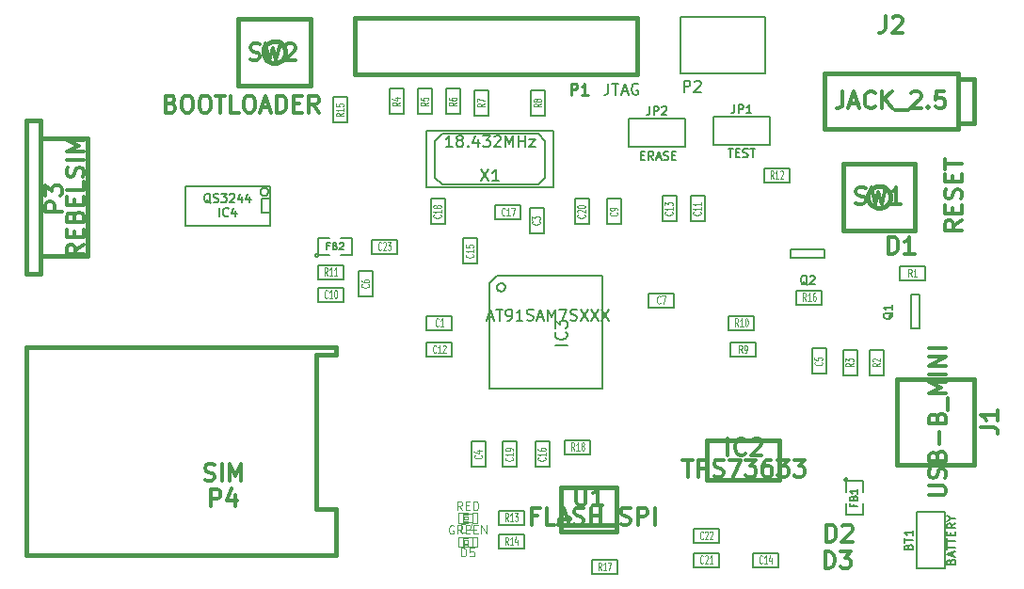
<source format=gto>
G04 (created by PCBNEW-RS274X (2010-00-09 BZR 23xx)-stable) date So 15 Mai 2011 12:42:23 CEST*
G01*
G70*
G90*
%MOIN*%
G04 Gerber Fmt 3.4, Leading zero omitted, Abs format*
%FSLAX34Y34*%
G04 APERTURE LIST*
%ADD10C,0.006000*%
%ADD11C,0.015000*%
%ADD12C,0.002600*%
%ADD13C,0.004000*%
%ADD14C,0.008000*%
%ADD15C,0.005000*%
%ADD16C,0.006500*%
%ADD17C,0.012000*%
%ADD18C,0.003500*%
%ADD19C,0.010000*%
%ADD20C,0.004500*%
%ADD21C,0.007500*%
G04 APERTURE END LIST*
G54D10*
G54D11*
X15057Y-39963D02*
X16750Y-39963D01*
X16750Y-39963D02*
X16750Y-44137D01*
X16750Y-44137D02*
X15057Y-44137D01*
X14585Y-39333D02*
X15057Y-39333D01*
X14585Y-44767D02*
X15057Y-44767D01*
X14585Y-39333D02*
X14585Y-44767D01*
X15057Y-44767D02*
X15057Y-39333D01*
X47562Y-39437D02*
X48153Y-39437D01*
X48153Y-39437D02*
X48153Y-37863D01*
X48153Y-37863D02*
X47562Y-37863D01*
X47562Y-39634D02*
X42838Y-39634D01*
X42838Y-39634D02*
X42838Y-37666D01*
X42838Y-37666D02*
X47562Y-37666D01*
X47562Y-37666D02*
X47562Y-39634D01*
G54D12*
X30023Y-54427D02*
X30023Y-54073D01*
X30023Y-54073D02*
X29866Y-54073D01*
X29866Y-54427D02*
X29866Y-54073D01*
X30023Y-54427D02*
X29866Y-54427D01*
X30534Y-54427D02*
X30534Y-54073D01*
X30534Y-54073D02*
X30377Y-54073D01*
X30377Y-54427D02*
X30377Y-54073D01*
X30534Y-54427D02*
X30377Y-54427D01*
X30200Y-54427D02*
X30200Y-54368D01*
X30200Y-54368D02*
X30082Y-54368D01*
X30082Y-54427D02*
X30082Y-54368D01*
X30200Y-54427D02*
X30082Y-54427D01*
X30200Y-54132D02*
X30200Y-54073D01*
X30200Y-54073D02*
X30082Y-54073D01*
X30082Y-54132D02*
X30082Y-54073D01*
X30200Y-54132D02*
X30082Y-54132D01*
X30200Y-54309D02*
X30200Y-54191D01*
X30200Y-54191D02*
X30082Y-54191D01*
X30082Y-54309D02*
X30082Y-54191D01*
X30200Y-54309D02*
X30082Y-54309D01*
G54D13*
X30023Y-54407D02*
X30377Y-54407D01*
X30023Y-54093D02*
X30377Y-54093D01*
G54D12*
X30023Y-53577D02*
X30023Y-53223D01*
X30023Y-53223D02*
X29866Y-53223D01*
X29866Y-53577D02*
X29866Y-53223D01*
X30023Y-53577D02*
X29866Y-53577D01*
X30534Y-53577D02*
X30534Y-53223D01*
X30534Y-53223D02*
X30377Y-53223D01*
X30377Y-53577D02*
X30377Y-53223D01*
X30534Y-53577D02*
X30377Y-53577D01*
X30200Y-53577D02*
X30200Y-53518D01*
X30200Y-53518D02*
X30082Y-53518D01*
X30082Y-53577D02*
X30082Y-53518D01*
X30200Y-53577D02*
X30082Y-53577D01*
X30200Y-53282D02*
X30200Y-53223D01*
X30200Y-53223D02*
X30082Y-53223D01*
X30082Y-53282D02*
X30082Y-53223D01*
X30200Y-53282D02*
X30082Y-53282D01*
X30200Y-53459D02*
X30200Y-53341D01*
X30200Y-53341D02*
X30082Y-53341D01*
X30082Y-53459D02*
X30082Y-53341D01*
X30200Y-53459D02*
X30082Y-53459D01*
G54D13*
X30023Y-53557D02*
X30377Y-53557D01*
X30023Y-53243D02*
X30377Y-53243D01*
G54D11*
X36200Y-37700D02*
X26200Y-37700D01*
X36200Y-35700D02*
X26200Y-35700D01*
X26200Y-35700D02*
X26200Y-37700D01*
X36202Y-37700D02*
X36202Y-35700D01*
G54D10*
X35900Y-40250D02*
X35900Y-39250D01*
X35900Y-39250D02*
X37900Y-39250D01*
X37900Y-39250D02*
X37900Y-40250D01*
X37900Y-40250D02*
X35900Y-40250D01*
X38900Y-40200D02*
X38900Y-39200D01*
X38900Y-39200D02*
X40900Y-39200D01*
X40900Y-39200D02*
X40900Y-40200D01*
X40900Y-40200D02*
X38900Y-40200D01*
X46100Y-53200D02*
X47100Y-53200D01*
X47100Y-53200D02*
X47100Y-55200D01*
X47100Y-55200D02*
X46100Y-55200D01*
X46100Y-55200D02*
X46100Y-53200D01*
G54D14*
X40750Y-37650D02*
X37750Y-37650D01*
X37750Y-35650D02*
X40750Y-35650D01*
X40750Y-35650D02*
X40750Y-37650D01*
X37750Y-37650D02*
X37750Y-35650D01*
G54D11*
X23744Y-36900D02*
X23736Y-36976D01*
X23714Y-37050D01*
X23678Y-37118D01*
X23629Y-37177D01*
X23570Y-37226D01*
X23502Y-37263D01*
X23429Y-37285D01*
X23352Y-37293D01*
X23277Y-37287D01*
X23203Y-37265D01*
X23135Y-37229D01*
X23075Y-37181D01*
X23025Y-37122D01*
X22988Y-37055D01*
X22965Y-36981D01*
X22957Y-36905D01*
X22963Y-36829D01*
X22984Y-36755D01*
X23019Y-36687D01*
X23067Y-36627D01*
X23126Y-36577D01*
X23193Y-36539D01*
X23266Y-36516D01*
X23342Y-36507D01*
X23418Y-36512D01*
X23492Y-36533D01*
X23561Y-36568D01*
X23621Y-36615D01*
X23671Y-36673D01*
X23709Y-36740D01*
X23734Y-36813D01*
X23743Y-36889D01*
X23744Y-36900D01*
X22070Y-38081D02*
X24630Y-38081D01*
X24630Y-38081D02*
X24630Y-35719D01*
X24630Y-35719D02*
X22070Y-35719D01*
X22070Y-35719D02*
X22070Y-38081D01*
X45164Y-42033D02*
X45156Y-42109D01*
X45134Y-42183D01*
X45098Y-42251D01*
X45049Y-42310D01*
X44990Y-42359D01*
X44922Y-42396D01*
X44849Y-42418D01*
X44772Y-42426D01*
X44697Y-42420D01*
X44623Y-42398D01*
X44555Y-42362D01*
X44495Y-42314D01*
X44445Y-42255D01*
X44408Y-42188D01*
X44385Y-42114D01*
X44377Y-42038D01*
X44383Y-41962D01*
X44404Y-41888D01*
X44439Y-41820D01*
X44487Y-41760D01*
X44546Y-41710D01*
X44613Y-41672D01*
X44686Y-41649D01*
X44762Y-41640D01*
X44838Y-41645D01*
X44912Y-41666D01*
X44981Y-41701D01*
X45041Y-41748D01*
X45091Y-41806D01*
X45129Y-41873D01*
X45154Y-41946D01*
X45163Y-42022D01*
X45164Y-42033D01*
X43490Y-43214D02*
X46050Y-43214D01*
X46050Y-43214D02*
X46050Y-40852D01*
X46050Y-40852D02*
X43490Y-40852D01*
X43490Y-40852D02*
X43490Y-43214D01*
G54D14*
X32950Y-41350D02*
X32950Y-40050D01*
X32950Y-40050D02*
X32700Y-39800D01*
X32700Y-39800D02*
X29300Y-39800D01*
X29300Y-39800D02*
X29050Y-40050D01*
X29050Y-40050D02*
X29050Y-41350D01*
X29050Y-41350D02*
X29300Y-41600D01*
X29300Y-41600D02*
X32700Y-41600D01*
X32700Y-41600D02*
X32950Y-41350D01*
X28750Y-41700D02*
X28750Y-39700D01*
X28750Y-39700D02*
X33250Y-39700D01*
X33250Y-39700D02*
X33250Y-41700D01*
X33250Y-41700D02*
X28750Y-41700D01*
G54D11*
X25541Y-53097D02*
X24824Y-53097D01*
X24824Y-53097D02*
X24824Y-47637D01*
X24824Y-47637D02*
X25541Y-47637D01*
X25541Y-47637D02*
X25541Y-47369D01*
X25541Y-47369D02*
X14576Y-47369D01*
X14576Y-47369D02*
X14576Y-51215D01*
X14576Y-51215D02*
X14576Y-54731D01*
X14576Y-54731D02*
X25541Y-54731D01*
X25541Y-54731D02*
X25541Y-53097D01*
G54D15*
X34550Y-51150D02*
X33650Y-51150D01*
X33650Y-51150D02*
X33650Y-50650D01*
X33650Y-50650D02*
X34550Y-50650D01*
X34550Y-50650D02*
X34550Y-51150D01*
X34600Y-54900D02*
X35500Y-54900D01*
X35500Y-54900D02*
X35500Y-55400D01*
X35500Y-55400D02*
X34600Y-55400D01*
X34600Y-55400D02*
X34600Y-54900D01*
X41850Y-45350D02*
X42750Y-45350D01*
X42750Y-45350D02*
X42750Y-45850D01*
X42750Y-45850D02*
X41850Y-45850D01*
X41850Y-45850D02*
X41850Y-45350D01*
X25450Y-39400D02*
X25450Y-38500D01*
X25450Y-38500D02*
X25950Y-38500D01*
X25950Y-38500D02*
X25950Y-39400D01*
X25950Y-39400D02*
X25450Y-39400D01*
X32200Y-54500D02*
X31300Y-54500D01*
X31300Y-54500D02*
X31300Y-54000D01*
X31300Y-54000D02*
X32200Y-54000D01*
X32200Y-54000D02*
X32200Y-54500D01*
X32200Y-53650D02*
X31300Y-53650D01*
X31300Y-53650D02*
X31300Y-53150D01*
X31300Y-53150D02*
X32200Y-53150D01*
X32200Y-53150D02*
X32200Y-53650D01*
X40692Y-41017D02*
X41592Y-41017D01*
X41592Y-41017D02*
X41592Y-41517D01*
X41592Y-41517D02*
X40692Y-41517D01*
X40692Y-41517D02*
X40692Y-41017D01*
X24900Y-44450D02*
X25800Y-44450D01*
X25800Y-44450D02*
X25800Y-44950D01*
X25800Y-44950D02*
X24900Y-44950D01*
X24900Y-44950D02*
X24900Y-44450D01*
X39450Y-46250D02*
X40350Y-46250D01*
X40350Y-46250D02*
X40350Y-46750D01*
X40350Y-46750D02*
X39450Y-46750D01*
X39450Y-46750D02*
X39450Y-46250D01*
X39500Y-47200D02*
X40400Y-47200D01*
X40400Y-47200D02*
X40400Y-47700D01*
X40400Y-47700D02*
X39500Y-47700D01*
X39500Y-47700D02*
X39500Y-47200D01*
X32950Y-38250D02*
X32950Y-39150D01*
X32950Y-39150D02*
X32450Y-39150D01*
X32450Y-39150D02*
X32450Y-38250D01*
X32450Y-38250D02*
X32950Y-38250D01*
X30950Y-38250D02*
X30950Y-39150D01*
X30950Y-39150D02*
X30450Y-39150D01*
X30450Y-39150D02*
X30450Y-38250D01*
X30450Y-38250D02*
X30950Y-38250D01*
X29950Y-38200D02*
X29950Y-39100D01*
X29950Y-39100D02*
X29450Y-39100D01*
X29450Y-39100D02*
X29450Y-38200D01*
X29450Y-38200D02*
X29950Y-38200D01*
X28950Y-38200D02*
X28950Y-39100D01*
X28950Y-39100D02*
X28450Y-39100D01*
X28450Y-39100D02*
X28450Y-38200D01*
X28450Y-38200D02*
X28950Y-38200D01*
X27950Y-38200D02*
X27950Y-39100D01*
X27950Y-39100D02*
X27450Y-39100D01*
X27450Y-39100D02*
X27450Y-38200D01*
X27450Y-38200D02*
X27950Y-38200D01*
X43500Y-48350D02*
X43500Y-47450D01*
X43500Y-47450D02*
X44000Y-47450D01*
X44000Y-47450D02*
X44000Y-48350D01*
X44000Y-48350D02*
X43500Y-48350D01*
X44450Y-48350D02*
X44450Y-47450D01*
X44450Y-47450D02*
X44950Y-47450D01*
X44950Y-47450D02*
X44950Y-48350D01*
X44950Y-48350D02*
X44450Y-48350D01*
X46400Y-45000D02*
X45500Y-45000D01*
X45500Y-45000D02*
X45500Y-44500D01*
X45500Y-44500D02*
X46400Y-44500D01*
X46400Y-44500D02*
X46400Y-45000D01*
X26800Y-43550D02*
X27700Y-43550D01*
X27700Y-43550D02*
X27700Y-44050D01*
X27700Y-44050D02*
X26800Y-44050D01*
X26800Y-44050D02*
X26800Y-43550D01*
X38200Y-53800D02*
X39100Y-53800D01*
X39100Y-53800D02*
X39100Y-54300D01*
X39100Y-54300D02*
X38200Y-54300D01*
X38200Y-54300D02*
X38200Y-53800D01*
X39100Y-55150D02*
X38200Y-55150D01*
X38200Y-55150D02*
X38200Y-54650D01*
X38200Y-54650D02*
X39100Y-54650D01*
X39100Y-54650D02*
X39100Y-55150D01*
X34000Y-43000D02*
X34000Y-42100D01*
X34000Y-42100D02*
X34500Y-42100D01*
X34500Y-42100D02*
X34500Y-43000D01*
X34500Y-43000D02*
X34000Y-43000D01*
X31950Y-50700D02*
X31950Y-51600D01*
X31950Y-51600D02*
X31450Y-51600D01*
X31450Y-51600D02*
X31450Y-50700D01*
X31450Y-50700D02*
X31950Y-50700D01*
X29400Y-42100D02*
X29400Y-43000D01*
X29400Y-43000D02*
X28900Y-43000D01*
X28900Y-43000D02*
X28900Y-42100D01*
X28900Y-42100D02*
X29400Y-42100D01*
X32083Y-42838D02*
X31183Y-42838D01*
X31183Y-42838D02*
X31183Y-42338D01*
X31183Y-42338D02*
X32083Y-42338D01*
X32083Y-42338D02*
X32083Y-42838D01*
X33100Y-50700D02*
X33100Y-51600D01*
X33100Y-51600D02*
X32600Y-51600D01*
X32600Y-51600D02*
X32600Y-50700D01*
X32600Y-50700D02*
X33100Y-50700D01*
X30050Y-44400D02*
X30050Y-43500D01*
X30050Y-43500D02*
X30550Y-43500D01*
X30550Y-43500D02*
X30550Y-44400D01*
X30550Y-44400D02*
X30050Y-44400D01*
X41200Y-55150D02*
X40300Y-55150D01*
X40300Y-55150D02*
X40300Y-54650D01*
X40300Y-54650D02*
X41200Y-54650D01*
X41200Y-54650D02*
X41200Y-55150D01*
X37100Y-42900D02*
X37100Y-42000D01*
X37100Y-42000D02*
X37600Y-42000D01*
X37600Y-42000D02*
X37600Y-42900D01*
X37600Y-42900D02*
X37100Y-42900D01*
X29650Y-47700D02*
X28750Y-47700D01*
X28750Y-47700D02*
X28750Y-47200D01*
X28750Y-47200D02*
X29650Y-47200D01*
X29650Y-47200D02*
X29650Y-47700D01*
X38100Y-42900D02*
X38100Y-42000D01*
X38100Y-42000D02*
X38600Y-42000D01*
X38600Y-42000D02*
X38600Y-42900D01*
X38600Y-42900D02*
X38100Y-42900D01*
X25800Y-45750D02*
X24900Y-45750D01*
X24900Y-45750D02*
X24900Y-45250D01*
X24900Y-45250D02*
X25800Y-45250D01*
X25800Y-45250D02*
X25800Y-45750D01*
X35150Y-43000D02*
X35150Y-42100D01*
X35150Y-42100D02*
X35650Y-42100D01*
X35650Y-42100D02*
X35650Y-43000D01*
X35650Y-43000D02*
X35150Y-43000D01*
X36600Y-45450D02*
X37500Y-45450D01*
X37500Y-45450D02*
X37500Y-45950D01*
X37500Y-45950D02*
X36600Y-45950D01*
X36600Y-45950D02*
X36600Y-45450D01*
X26350Y-45550D02*
X26350Y-44650D01*
X26350Y-44650D02*
X26850Y-44650D01*
X26850Y-44650D02*
X26850Y-45550D01*
X26850Y-45550D02*
X26350Y-45550D01*
X42400Y-48300D02*
X42400Y-47400D01*
X42400Y-47400D02*
X42900Y-47400D01*
X42900Y-47400D02*
X42900Y-48300D01*
X42900Y-48300D02*
X42400Y-48300D01*
X30850Y-50700D02*
X30850Y-51600D01*
X30850Y-51600D02*
X30350Y-51600D01*
X30350Y-51600D02*
X30350Y-50700D01*
X30350Y-50700D02*
X30850Y-50700D01*
X32396Y-43321D02*
X32396Y-42421D01*
X32396Y-42421D02*
X32896Y-42421D01*
X32896Y-42421D02*
X32896Y-43321D01*
X32896Y-43321D02*
X32396Y-43321D01*
X29650Y-46750D02*
X28750Y-46750D01*
X28750Y-46750D02*
X28750Y-46250D01*
X28750Y-46250D02*
X29650Y-46250D01*
X29650Y-46250D02*
X29650Y-46750D01*
X24900Y-44100D02*
X24899Y-44109D01*
X24896Y-44119D01*
X24891Y-44127D01*
X24885Y-44135D01*
X24877Y-44141D01*
X24869Y-44146D01*
X24860Y-44148D01*
X24850Y-44149D01*
X24841Y-44149D01*
X24832Y-44146D01*
X24823Y-44141D01*
X24816Y-44135D01*
X24809Y-44128D01*
X24805Y-44119D01*
X24802Y-44110D01*
X24801Y-44100D01*
X24801Y-44091D01*
X24804Y-44082D01*
X24808Y-44073D01*
X24815Y-44066D01*
X24822Y-44059D01*
X24830Y-44055D01*
X24840Y-44052D01*
X24849Y-44051D01*
X24858Y-44051D01*
X24868Y-44054D01*
X24876Y-44058D01*
X24884Y-44064D01*
X24890Y-44072D01*
X24895Y-44080D01*
X24898Y-44089D01*
X24899Y-44099D01*
X24900Y-44100D01*
X25300Y-44100D02*
X24900Y-44100D01*
X24900Y-44100D02*
X24900Y-43500D01*
X24900Y-43500D02*
X25300Y-43500D01*
X25700Y-43500D02*
X26100Y-43500D01*
X26100Y-43500D02*
X26100Y-44100D01*
X26100Y-44100D02*
X25700Y-44100D01*
X43650Y-52050D02*
X43649Y-52059D01*
X43646Y-52069D01*
X43641Y-52077D01*
X43635Y-52085D01*
X43627Y-52091D01*
X43619Y-52096D01*
X43610Y-52098D01*
X43600Y-52099D01*
X43591Y-52099D01*
X43582Y-52096D01*
X43573Y-52091D01*
X43566Y-52085D01*
X43559Y-52078D01*
X43555Y-52069D01*
X43552Y-52060D01*
X43551Y-52050D01*
X43551Y-52041D01*
X43554Y-52032D01*
X43558Y-52023D01*
X43565Y-52016D01*
X43572Y-52009D01*
X43580Y-52005D01*
X43590Y-52002D01*
X43599Y-52001D01*
X43608Y-52001D01*
X43618Y-52004D01*
X43626Y-52008D01*
X43634Y-52014D01*
X43640Y-52022D01*
X43645Y-52030D01*
X43648Y-52039D01*
X43649Y-52049D01*
X43650Y-52050D01*
X43600Y-52500D02*
X43600Y-52100D01*
X43600Y-52100D02*
X44200Y-52100D01*
X44200Y-52100D02*
X44200Y-52500D01*
X44200Y-52900D02*
X44200Y-53300D01*
X44200Y-53300D02*
X43600Y-53300D01*
X43600Y-53300D02*
X43600Y-52900D01*
G54D11*
X33791Y-53415D02*
X33790Y-53422D01*
X33788Y-53429D01*
X33784Y-53436D01*
X33779Y-53442D01*
X33773Y-53447D01*
X33767Y-53450D01*
X33759Y-53453D01*
X33752Y-53453D01*
X33745Y-53453D01*
X33738Y-53451D01*
X33731Y-53447D01*
X33725Y-53442D01*
X33720Y-53437D01*
X33717Y-53430D01*
X33714Y-53423D01*
X33714Y-53415D01*
X33714Y-53408D01*
X33716Y-53401D01*
X33720Y-53394D01*
X33724Y-53388D01*
X33730Y-53383D01*
X33737Y-53380D01*
X33744Y-53377D01*
X33752Y-53377D01*
X33758Y-53377D01*
X33766Y-53379D01*
X33772Y-53383D01*
X33778Y-53387D01*
X33783Y-53393D01*
X33787Y-53400D01*
X33790Y-53407D01*
X33790Y-53414D01*
X33791Y-53415D01*
X33516Y-53651D02*
X35484Y-53651D01*
X33516Y-53887D02*
X33516Y-52313D01*
X33516Y-52313D02*
X35484Y-52313D01*
X35484Y-52313D02*
X35484Y-53887D01*
X35484Y-53887D02*
X33516Y-53887D01*
X38661Y-50651D02*
X41239Y-50651D01*
X41239Y-50651D02*
X41239Y-52049D01*
X41239Y-52049D02*
X38661Y-52049D01*
X38661Y-52049D02*
X38661Y-50651D01*
G54D15*
X42850Y-44200D02*
X41650Y-44200D01*
X41650Y-44200D02*
X41650Y-43900D01*
X41650Y-43900D02*
X42850Y-43900D01*
X42850Y-43900D02*
X42850Y-44200D01*
G54D16*
X20200Y-43050D02*
X23200Y-43050D01*
X23200Y-41650D02*
X20200Y-41650D01*
X20200Y-43050D02*
X20200Y-41650D01*
G54D10*
X23200Y-41650D02*
X23200Y-43050D01*
G54D15*
X23141Y-41850D02*
X23138Y-41877D01*
X23130Y-41903D01*
X23117Y-41928D01*
X23100Y-41949D01*
X23078Y-41966D01*
X23054Y-41979D01*
X23028Y-41988D01*
X23000Y-41990D01*
X22974Y-41988D01*
X22948Y-41980D01*
X22923Y-41967D01*
X22902Y-41950D01*
X22884Y-41929D01*
X22871Y-41905D01*
X22863Y-41879D01*
X22860Y-41851D01*
X22862Y-41825D01*
X22869Y-41799D01*
X22882Y-41774D01*
X22899Y-41753D01*
X22920Y-41735D01*
X22944Y-41721D01*
X22970Y-41713D01*
X22998Y-41710D01*
X23024Y-41712D01*
X23050Y-41719D01*
X23075Y-41731D01*
X23097Y-41748D01*
X23115Y-41769D01*
X23128Y-41793D01*
X23137Y-41819D01*
X23140Y-41847D01*
X23141Y-41850D01*
X23200Y-42600D02*
X22900Y-42600D01*
X22900Y-42600D02*
X22900Y-42100D01*
X22900Y-42100D02*
X23200Y-42100D01*
G54D14*
X31532Y-45232D02*
X31529Y-45261D01*
X31520Y-45289D01*
X31506Y-45315D01*
X31488Y-45337D01*
X31465Y-45356D01*
X31440Y-45370D01*
X31412Y-45378D01*
X31383Y-45381D01*
X31354Y-45379D01*
X31326Y-45371D01*
X31300Y-45357D01*
X31278Y-45339D01*
X31259Y-45316D01*
X31245Y-45291D01*
X31236Y-45263D01*
X31233Y-45234D01*
X31235Y-45205D01*
X31243Y-45177D01*
X31256Y-45151D01*
X31275Y-45128D01*
X31297Y-45109D01*
X31322Y-45095D01*
X31350Y-45086D01*
X31379Y-45083D01*
X31408Y-45085D01*
X31436Y-45093D01*
X31462Y-45106D01*
X31485Y-45124D01*
X31504Y-45146D01*
X31519Y-45171D01*
X31528Y-45199D01*
X31531Y-45228D01*
X31532Y-45232D01*
X34982Y-48832D02*
X34982Y-44832D01*
X34982Y-44832D02*
X31232Y-44832D01*
X31232Y-44832D02*
X30982Y-45082D01*
X30982Y-45082D02*
X30982Y-48832D01*
X30982Y-48832D02*
X34982Y-48832D01*
G54D11*
X45394Y-51516D02*
X48150Y-51516D01*
X48150Y-51516D02*
X48150Y-48484D01*
X48150Y-48484D02*
X45394Y-48484D01*
X45394Y-48484D02*
X45394Y-51516D01*
G54D15*
X45900Y-46700D02*
X45900Y-45500D01*
X45900Y-45500D02*
X46200Y-45500D01*
X46200Y-45500D02*
X46200Y-46700D01*
X46200Y-46700D02*
X45900Y-46700D01*
G54D17*
X15843Y-42542D02*
X15243Y-42542D01*
X15243Y-42314D01*
X15271Y-42256D01*
X15300Y-42228D01*
X15357Y-42199D01*
X15443Y-42199D01*
X15500Y-42228D01*
X15529Y-42256D01*
X15557Y-42314D01*
X15557Y-42542D01*
X15243Y-41999D02*
X15243Y-41628D01*
X15471Y-41828D01*
X15471Y-41742D01*
X15500Y-41685D01*
X15529Y-41656D01*
X15586Y-41628D01*
X15729Y-41628D01*
X15786Y-41656D01*
X15814Y-41685D01*
X15843Y-41742D01*
X15843Y-41914D01*
X15814Y-41971D01*
X15786Y-41999D01*
X16593Y-43721D02*
X16307Y-43921D01*
X16593Y-44064D02*
X15993Y-44064D01*
X15993Y-43836D01*
X16021Y-43778D01*
X16050Y-43750D01*
X16107Y-43721D01*
X16193Y-43721D01*
X16250Y-43750D01*
X16279Y-43778D01*
X16307Y-43836D01*
X16307Y-44064D01*
X16279Y-43464D02*
X16279Y-43264D01*
X16593Y-43178D02*
X16593Y-43464D01*
X15993Y-43464D01*
X15993Y-43178D01*
X16279Y-42721D02*
X16307Y-42635D01*
X16336Y-42607D01*
X16393Y-42578D01*
X16479Y-42578D01*
X16536Y-42607D01*
X16564Y-42635D01*
X16593Y-42693D01*
X16593Y-42921D01*
X15993Y-42921D01*
X15993Y-42721D01*
X16021Y-42664D01*
X16050Y-42635D01*
X16107Y-42607D01*
X16164Y-42607D01*
X16221Y-42635D01*
X16250Y-42664D01*
X16279Y-42721D01*
X16279Y-42921D01*
X16279Y-42321D02*
X16279Y-42121D01*
X16593Y-42035D02*
X16593Y-42321D01*
X15993Y-42321D01*
X15993Y-42035D01*
X16593Y-41492D02*
X16593Y-41778D01*
X15993Y-41778D01*
X16564Y-41321D02*
X16593Y-41235D01*
X16593Y-41092D01*
X16564Y-41035D01*
X16536Y-41006D01*
X16479Y-40978D01*
X16421Y-40978D01*
X16364Y-41006D01*
X16336Y-41035D01*
X16307Y-41092D01*
X16279Y-41206D01*
X16250Y-41264D01*
X16221Y-41292D01*
X16164Y-41321D01*
X16107Y-41321D01*
X16050Y-41292D01*
X16021Y-41264D01*
X15993Y-41206D01*
X15993Y-41064D01*
X16021Y-40978D01*
X16593Y-40721D02*
X15993Y-40721D01*
X16593Y-40435D02*
X15993Y-40435D01*
X16421Y-40235D01*
X15993Y-40035D01*
X16593Y-40035D01*
X45000Y-35616D02*
X45000Y-36044D01*
X44972Y-36130D01*
X44915Y-36187D01*
X44829Y-36216D01*
X44772Y-36216D01*
X45257Y-35673D02*
X45286Y-35644D01*
X45343Y-35616D01*
X45486Y-35616D01*
X45543Y-35644D01*
X45572Y-35673D01*
X45600Y-35730D01*
X45600Y-35787D01*
X45572Y-35873D01*
X45229Y-36216D01*
X45600Y-36216D01*
X43486Y-38293D02*
X43486Y-38721D01*
X43458Y-38807D01*
X43401Y-38864D01*
X43315Y-38893D01*
X43258Y-38893D01*
X43743Y-38721D02*
X44029Y-38721D01*
X43686Y-38893D02*
X43886Y-38293D01*
X44086Y-38893D01*
X44629Y-38836D02*
X44600Y-38864D01*
X44514Y-38893D01*
X44457Y-38893D01*
X44372Y-38864D01*
X44314Y-38807D01*
X44286Y-38750D01*
X44257Y-38636D01*
X44257Y-38550D01*
X44286Y-38436D01*
X44314Y-38379D01*
X44372Y-38321D01*
X44457Y-38293D01*
X44514Y-38293D01*
X44600Y-38321D01*
X44629Y-38350D01*
X44886Y-38893D02*
X44886Y-38293D01*
X45229Y-38893D02*
X44972Y-38550D01*
X45229Y-38293D02*
X44886Y-38636D01*
X45343Y-38950D02*
X45800Y-38950D01*
X45914Y-38350D02*
X45943Y-38321D01*
X46000Y-38293D01*
X46143Y-38293D01*
X46200Y-38321D01*
X46229Y-38350D01*
X46257Y-38407D01*
X46257Y-38464D01*
X46229Y-38550D01*
X45886Y-38893D01*
X46257Y-38893D01*
X46514Y-38836D02*
X46542Y-38864D01*
X46514Y-38893D01*
X46485Y-38864D01*
X46514Y-38836D01*
X46514Y-38893D01*
X47086Y-38293D02*
X46800Y-38293D01*
X46771Y-38579D01*
X46800Y-38550D01*
X46857Y-38521D01*
X47000Y-38521D01*
X47057Y-38550D01*
X47086Y-38579D01*
X47114Y-38636D01*
X47114Y-38779D01*
X47086Y-38836D01*
X47057Y-38864D01*
X47000Y-38893D01*
X46857Y-38893D01*
X46800Y-38864D01*
X46771Y-38836D01*
G54D18*
X29978Y-54771D02*
X29978Y-54471D01*
X30050Y-54471D01*
X30093Y-54486D01*
X30121Y-54514D01*
X30136Y-54543D01*
X30150Y-54600D01*
X30150Y-54643D01*
X30136Y-54700D01*
X30121Y-54729D01*
X30093Y-54757D01*
X30050Y-54771D01*
X29978Y-54771D01*
X30421Y-54471D02*
X30278Y-54471D01*
X30264Y-54614D01*
X30278Y-54600D01*
X30307Y-54586D01*
X30378Y-54586D01*
X30407Y-54600D01*
X30421Y-54614D01*
X30436Y-54643D01*
X30436Y-54714D01*
X30421Y-54743D01*
X30407Y-54757D01*
X30378Y-54771D01*
X30307Y-54771D01*
X30278Y-54757D01*
X30264Y-54743D01*
X29701Y-53686D02*
X29672Y-53671D01*
X29629Y-53671D01*
X29586Y-53686D01*
X29558Y-53714D01*
X29543Y-53743D01*
X29529Y-53800D01*
X29529Y-53843D01*
X29543Y-53900D01*
X29558Y-53929D01*
X29586Y-53957D01*
X29629Y-53971D01*
X29658Y-53971D01*
X29701Y-53957D01*
X29715Y-53943D01*
X29715Y-53843D01*
X29658Y-53843D01*
X30015Y-53971D02*
X29915Y-53829D01*
X29843Y-53971D02*
X29843Y-53671D01*
X29958Y-53671D01*
X29986Y-53686D01*
X30001Y-53700D01*
X30015Y-53729D01*
X30015Y-53771D01*
X30001Y-53800D01*
X29986Y-53814D01*
X29958Y-53829D01*
X29843Y-53829D01*
X30143Y-53814D02*
X30243Y-53814D01*
X30286Y-53971D02*
X30143Y-53971D01*
X30143Y-53671D01*
X30286Y-53671D01*
X30414Y-53814D02*
X30514Y-53814D01*
X30557Y-53971D02*
X30414Y-53971D01*
X30414Y-53671D01*
X30557Y-53671D01*
X30685Y-53971D02*
X30685Y-53671D01*
X30857Y-53971D01*
X30857Y-53671D01*
X29978Y-53921D02*
X29978Y-53621D01*
X30050Y-53621D01*
X30093Y-53636D01*
X30121Y-53664D01*
X30136Y-53693D01*
X30150Y-53750D01*
X30150Y-53793D01*
X30136Y-53850D01*
X30121Y-53879D01*
X30093Y-53907D01*
X30050Y-53921D01*
X29978Y-53921D01*
X30407Y-53721D02*
X30407Y-53921D01*
X30336Y-53607D02*
X30264Y-53821D01*
X30450Y-53821D01*
X30008Y-53121D02*
X29908Y-52979D01*
X29836Y-53121D02*
X29836Y-52821D01*
X29951Y-52821D01*
X29979Y-52836D01*
X29994Y-52850D01*
X30008Y-52879D01*
X30008Y-52921D01*
X29994Y-52950D01*
X29979Y-52964D01*
X29951Y-52979D01*
X29836Y-52979D01*
X30136Y-52964D02*
X30236Y-52964D01*
X30279Y-53121D02*
X30136Y-53121D01*
X30136Y-52821D01*
X30279Y-52821D01*
X30407Y-53121D02*
X30407Y-52821D01*
X30479Y-52821D01*
X30522Y-52836D01*
X30550Y-52864D01*
X30565Y-52893D01*
X30579Y-52950D01*
X30579Y-52993D01*
X30565Y-53050D01*
X30550Y-53079D01*
X30522Y-53107D01*
X30479Y-53121D01*
X30407Y-53121D01*
G54D19*
X33855Y-38412D02*
X33855Y-38012D01*
X34008Y-38012D01*
X34046Y-38031D01*
X34065Y-38050D01*
X34084Y-38088D01*
X34084Y-38145D01*
X34065Y-38183D01*
X34046Y-38202D01*
X34008Y-38221D01*
X33855Y-38221D01*
X34465Y-38412D02*
X34236Y-38412D01*
X34350Y-38412D02*
X34350Y-38012D01*
X34312Y-38069D01*
X34274Y-38107D01*
X34236Y-38126D01*
G54D14*
X35184Y-38012D02*
X35184Y-38298D01*
X35164Y-38355D01*
X35126Y-38393D01*
X35069Y-38412D01*
X35031Y-38412D01*
X35317Y-38012D02*
X35546Y-38012D01*
X35431Y-38412D02*
X35431Y-38012D01*
X35660Y-38298D02*
X35851Y-38298D01*
X35622Y-38412D02*
X35755Y-38012D01*
X35889Y-38412D01*
X36232Y-38031D02*
X36194Y-38012D01*
X36137Y-38012D01*
X36079Y-38031D01*
X36041Y-38069D01*
X36022Y-38107D01*
X36003Y-38183D01*
X36003Y-38240D01*
X36022Y-38317D01*
X36041Y-38355D01*
X36079Y-38393D01*
X36137Y-38412D01*
X36175Y-38412D01*
X36232Y-38393D01*
X36251Y-38374D01*
X36251Y-38240D01*
X36175Y-38240D01*
G54D10*
X36650Y-38821D02*
X36650Y-39036D01*
X36636Y-39079D01*
X36607Y-39107D01*
X36564Y-39121D01*
X36536Y-39121D01*
X36793Y-39121D02*
X36793Y-38821D01*
X36908Y-38821D01*
X36936Y-38836D01*
X36951Y-38850D01*
X36965Y-38879D01*
X36965Y-38921D01*
X36951Y-38950D01*
X36936Y-38964D01*
X36908Y-38979D01*
X36793Y-38979D01*
X37079Y-38850D02*
X37093Y-38836D01*
X37122Y-38821D01*
X37193Y-38821D01*
X37222Y-38836D01*
X37236Y-38850D01*
X37251Y-38879D01*
X37251Y-38907D01*
X37236Y-38950D01*
X37065Y-39121D01*
X37251Y-39121D01*
X36329Y-40564D02*
X36429Y-40564D01*
X36472Y-40721D02*
X36329Y-40721D01*
X36329Y-40421D01*
X36472Y-40421D01*
X36772Y-40721D02*
X36672Y-40579D01*
X36600Y-40721D02*
X36600Y-40421D01*
X36715Y-40421D01*
X36743Y-40436D01*
X36758Y-40450D01*
X36772Y-40479D01*
X36772Y-40521D01*
X36758Y-40550D01*
X36743Y-40564D01*
X36715Y-40579D01*
X36600Y-40579D01*
X36886Y-40636D02*
X37029Y-40636D01*
X36858Y-40721D02*
X36958Y-40421D01*
X37058Y-40721D01*
X37143Y-40707D02*
X37186Y-40721D01*
X37257Y-40721D01*
X37286Y-40707D01*
X37300Y-40693D01*
X37315Y-40664D01*
X37315Y-40636D01*
X37300Y-40607D01*
X37286Y-40593D01*
X37257Y-40579D01*
X37200Y-40564D01*
X37172Y-40550D01*
X37157Y-40536D01*
X37143Y-40507D01*
X37143Y-40479D01*
X37157Y-40450D01*
X37172Y-40436D01*
X37200Y-40421D01*
X37272Y-40421D01*
X37315Y-40436D01*
X37443Y-40564D02*
X37543Y-40564D01*
X37586Y-40721D02*
X37443Y-40721D01*
X37443Y-40421D01*
X37586Y-40421D01*
X39650Y-38771D02*
X39650Y-38986D01*
X39636Y-39029D01*
X39607Y-39057D01*
X39564Y-39071D01*
X39536Y-39071D01*
X39793Y-39071D02*
X39793Y-38771D01*
X39908Y-38771D01*
X39936Y-38786D01*
X39951Y-38800D01*
X39965Y-38829D01*
X39965Y-38871D01*
X39951Y-38900D01*
X39936Y-38914D01*
X39908Y-38929D01*
X39793Y-38929D01*
X40251Y-39071D02*
X40079Y-39071D01*
X40165Y-39071D02*
X40165Y-38771D01*
X40136Y-38814D01*
X40108Y-38843D01*
X40079Y-38857D01*
X39422Y-40321D02*
X39593Y-40321D01*
X39507Y-40621D02*
X39507Y-40321D01*
X39693Y-40464D02*
X39793Y-40464D01*
X39836Y-40621D02*
X39693Y-40621D01*
X39693Y-40321D01*
X39836Y-40321D01*
X39950Y-40607D02*
X39993Y-40621D01*
X40064Y-40621D01*
X40093Y-40607D01*
X40107Y-40593D01*
X40122Y-40564D01*
X40122Y-40536D01*
X40107Y-40507D01*
X40093Y-40493D01*
X40064Y-40479D01*
X40007Y-40464D01*
X39979Y-40450D01*
X39964Y-40436D01*
X39950Y-40407D01*
X39950Y-40379D01*
X39964Y-40350D01*
X39979Y-40336D01*
X40007Y-40321D01*
X40079Y-40321D01*
X40122Y-40336D01*
X40208Y-40321D02*
X40379Y-40321D01*
X40293Y-40621D02*
X40293Y-40321D01*
X45814Y-54436D02*
X45829Y-54393D01*
X45843Y-54378D01*
X45871Y-54364D01*
X45914Y-54364D01*
X45943Y-54378D01*
X45957Y-54393D01*
X45971Y-54421D01*
X45971Y-54536D01*
X45671Y-54536D01*
X45671Y-54436D01*
X45686Y-54407D01*
X45700Y-54393D01*
X45729Y-54378D01*
X45757Y-54378D01*
X45786Y-54393D01*
X45800Y-54407D01*
X45814Y-54436D01*
X45814Y-54536D01*
X45671Y-54278D02*
X45671Y-54107D01*
X45971Y-54193D02*
X45671Y-54193D01*
X45971Y-53849D02*
X45971Y-54021D01*
X45971Y-53935D02*
X45671Y-53935D01*
X45714Y-53964D01*
X45743Y-53992D01*
X45757Y-54021D01*
X47314Y-54950D02*
X47329Y-54907D01*
X47343Y-54892D01*
X47371Y-54878D01*
X47414Y-54878D01*
X47443Y-54892D01*
X47457Y-54907D01*
X47471Y-54935D01*
X47471Y-55050D01*
X47171Y-55050D01*
X47171Y-54950D01*
X47186Y-54921D01*
X47200Y-54907D01*
X47229Y-54892D01*
X47257Y-54892D01*
X47286Y-54907D01*
X47300Y-54921D01*
X47314Y-54950D01*
X47314Y-55050D01*
X47386Y-54764D02*
X47386Y-54621D01*
X47471Y-54792D02*
X47171Y-54692D01*
X47471Y-54592D01*
X47171Y-54535D02*
X47171Y-54364D01*
X47471Y-54450D02*
X47171Y-54450D01*
X47171Y-54306D02*
X47171Y-54135D01*
X47471Y-54221D02*
X47171Y-54221D01*
X47314Y-54035D02*
X47314Y-53935D01*
X47471Y-53892D02*
X47471Y-54035D01*
X47171Y-54035D01*
X47171Y-53892D01*
X47471Y-53592D02*
X47329Y-53692D01*
X47471Y-53764D02*
X47171Y-53764D01*
X47171Y-53649D01*
X47186Y-53621D01*
X47200Y-53606D01*
X47229Y-53592D01*
X47271Y-53592D01*
X47300Y-53606D01*
X47314Y-53621D01*
X47329Y-53649D01*
X47329Y-53764D01*
X47329Y-53406D02*
X47471Y-53406D01*
X47171Y-53506D02*
X47329Y-53406D01*
X47171Y-53306D01*
G54D14*
X37855Y-38312D02*
X37855Y-37912D01*
X38008Y-37912D01*
X38046Y-37931D01*
X38065Y-37950D01*
X38084Y-37988D01*
X38084Y-38045D01*
X38065Y-38083D01*
X38046Y-38102D01*
X38008Y-38121D01*
X37855Y-38121D01*
X38236Y-37950D02*
X38255Y-37931D01*
X38293Y-37912D01*
X38389Y-37912D01*
X38427Y-37931D01*
X38446Y-37950D01*
X38465Y-37988D01*
X38465Y-38026D01*
X38446Y-38083D01*
X38217Y-38312D01*
X38465Y-38312D01*
G54D17*
X22500Y-37164D02*
X22586Y-37193D01*
X22729Y-37193D01*
X22786Y-37164D01*
X22815Y-37136D01*
X22843Y-37079D01*
X22843Y-37021D01*
X22815Y-36964D01*
X22786Y-36936D01*
X22729Y-36907D01*
X22615Y-36879D01*
X22557Y-36850D01*
X22529Y-36821D01*
X22500Y-36764D01*
X22500Y-36707D01*
X22529Y-36650D01*
X22557Y-36621D01*
X22615Y-36593D01*
X22757Y-36593D01*
X22843Y-36621D01*
X23043Y-36593D02*
X23186Y-37193D01*
X23300Y-36764D01*
X23414Y-37193D01*
X23557Y-36593D01*
X23757Y-36650D02*
X23786Y-36621D01*
X23843Y-36593D01*
X23986Y-36593D01*
X24043Y-36621D01*
X24072Y-36650D01*
X24100Y-36707D01*
X24100Y-36764D01*
X24072Y-36850D01*
X23729Y-37193D01*
X24100Y-37193D01*
X19700Y-38729D02*
X19786Y-38757D01*
X19814Y-38786D01*
X19843Y-38843D01*
X19843Y-38929D01*
X19814Y-38986D01*
X19786Y-39014D01*
X19728Y-39043D01*
X19500Y-39043D01*
X19500Y-38443D01*
X19700Y-38443D01*
X19757Y-38471D01*
X19786Y-38500D01*
X19814Y-38557D01*
X19814Y-38614D01*
X19786Y-38671D01*
X19757Y-38700D01*
X19700Y-38729D01*
X19500Y-38729D01*
X20214Y-38443D02*
X20328Y-38443D01*
X20386Y-38471D01*
X20443Y-38529D01*
X20471Y-38643D01*
X20471Y-38843D01*
X20443Y-38957D01*
X20386Y-39014D01*
X20328Y-39043D01*
X20214Y-39043D01*
X20157Y-39014D01*
X20100Y-38957D01*
X20071Y-38843D01*
X20071Y-38643D01*
X20100Y-38529D01*
X20157Y-38471D01*
X20214Y-38443D01*
X20843Y-38443D02*
X20957Y-38443D01*
X21015Y-38471D01*
X21072Y-38529D01*
X21100Y-38643D01*
X21100Y-38843D01*
X21072Y-38957D01*
X21015Y-39014D01*
X20957Y-39043D01*
X20843Y-39043D01*
X20786Y-39014D01*
X20729Y-38957D01*
X20700Y-38843D01*
X20700Y-38643D01*
X20729Y-38529D01*
X20786Y-38471D01*
X20843Y-38443D01*
X21272Y-38443D02*
X21615Y-38443D01*
X21444Y-39043D02*
X21444Y-38443D01*
X22101Y-39043D02*
X21815Y-39043D01*
X21815Y-38443D01*
X22415Y-38443D02*
X22529Y-38443D01*
X22587Y-38471D01*
X22644Y-38529D01*
X22672Y-38643D01*
X22672Y-38843D01*
X22644Y-38957D01*
X22587Y-39014D01*
X22529Y-39043D01*
X22415Y-39043D01*
X22358Y-39014D01*
X22301Y-38957D01*
X22272Y-38843D01*
X22272Y-38643D01*
X22301Y-38529D01*
X22358Y-38471D01*
X22415Y-38443D01*
X22901Y-38871D02*
X23187Y-38871D01*
X22844Y-39043D02*
X23044Y-38443D01*
X23244Y-39043D01*
X23444Y-39043D02*
X23444Y-38443D01*
X23587Y-38443D01*
X23672Y-38471D01*
X23730Y-38529D01*
X23758Y-38586D01*
X23787Y-38700D01*
X23787Y-38786D01*
X23758Y-38900D01*
X23730Y-38957D01*
X23672Y-39014D01*
X23587Y-39043D01*
X23444Y-39043D01*
X24044Y-38729D02*
X24244Y-38729D01*
X24330Y-39043D02*
X24044Y-39043D01*
X24044Y-38443D01*
X24330Y-38443D01*
X24930Y-39043D02*
X24730Y-38757D01*
X24587Y-39043D02*
X24587Y-38443D01*
X24815Y-38443D01*
X24873Y-38471D01*
X24901Y-38500D01*
X24930Y-38557D01*
X24930Y-38643D01*
X24901Y-38700D01*
X24873Y-38729D01*
X24815Y-38757D01*
X24587Y-38757D01*
X43950Y-42264D02*
X44036Y-42293D01*
X44179Y-42293D01*
X44236Y-42264D01*
X44265Y-42236D01*
X44293Y-42179D01*
X44293Y-42121D01*
X44265Y-42064D01*
X44236Y-42036D01*
X44179Y-42007D01*
X44065Y-41979D01*
X44007Y-41950D01*
X43979Y-41921D01*
X43950Y-41864D01*
X43950Y-41807D01*
X43979Y-41750D01*
X44007Y-41721D01*
X44065Y-41693D01*
X44207Y-41693D01*
X44293Y-41721D01*
X44493Y-41693D02*
X44636Y-42293D01*
X44750Y-41864D01*
X44864Y-42293D01*
X45007Y-41693D01*
X45550Y-42293D02*
X45207Y-42293D01*
X45379Y-42293D02*
X45379Y-41693D01*
X45322Y-41779D01*
X45264Y-41836D01*
X45207Y-41864D01*
X47693Y-42871D02*
X47407Y-43071D01*
X47693Y-43214D02*
X47093Y-43214D01*
X47093Y-42986D01*
X47121Y-42928D01*
X47150Y-42900D01*
X47207Y-42871D01*
X47293Y-42871D01*
X47350Y-42900D01*
X47379Y-42928D01*
X47407Y-42986D01*
X47407Y-43214D01*
X47379Y-42614D02*
X47379Y-42414D01*
X47693Y-42328D02*
X47693Y-42614D01*
X47093Y-42614D01*
X47093Y-42328D01*
X47664Y-42100D02*
X47693Y-42014D01*
X47693Y-41871D01*
X47664Y-41814D01*
X47636Y-41785D01*
X47579Y-41757D01*
X47521Y-41757D01*
X47464Y-41785D01*
X47436Y-41814D01*
X47407Y-41871D01*
X47379Y-41985D01*
X47350Y-42043D01*
X47321Y-42071D01*
X47264Y-42100D01*
X47207Y-42100D01*
X47150Y-42071D01*
X47121Y-42043D01*
X47093Y-41985D01*
X47093Y-41843D01*
X47121Y-41757D01*
X47379Y-41500D02*
X47379Y-41300D01*
X47693Y-41214D02*
X47693Y-41500D01*
X47093Y-41500D01*
X47093Y-41214D01*
X47093Y-41043D02*
X47093Y-40700D01*
X47693Y-40871D02*
X47093Y-40871D01*
G54D14*
X30676Y-41062D02*
X30943Y-41462D01*
X30943Y-41062D02*
X30676Y-41462D01*
X31305Y-41462D02*
X31076Y-41462D01*
X31190Y-41462D02*
X31190Y-41062D01*
X31152Y-41119D01*
X31114Y-41157D01*
X31076Y-41176D01*
X29658Y-40262D02*
X29429Y-40262D01*
X29543Y-40262D02*
X29543Y-39862D01*
X29505Y-39919D01*
X29467Y-39957D01*
X29429Y-39976D01*
X29886Y-40033D02*
X29848Y-40014D01*
X29829Y-39995D01*
X29810Y-39957D01*
X29810Y-39938D01*
X29829Y-39900D01*
X29848Y-39881D01*
X29886Y-39862D01*
X29963Y-39862D01*
X30001Y-39881D01*
X30020Y-39900D01*
X30039Y-39938D01*
X30039Y-39957D01*
X30020Y-39995D01*
X30001Y-40014D01*
X29963Y-40033D01*
X29886Y-40033D01*
X29848Y-40052D01*
X29829Y-40071D01*
X29810Y-40110D01*
X29810Y-40186D01*
X29829Y-40224D01*
X29848Y-40243D01*
X29886Y-40262D01*
X29963Y-40262D01*
X30001Y-40243D01*
X30020Y-40224D01*
X30039Y-40186D01*
X30039Y-40110D01*
X30020Y-40071D01*
X30001Y-40052D01*
X29963Y-40033D01*
X30210Y-40224D02*
X30229Y-40243D01*
X30210Y-40262D01*
X30191Y-40243D01*
X30210Y-40224D01*
X30210Y-40262D01*
X30572Y-39995D02*
X30572Y-40262D01*
X30476Y-39843D02*
X30381Y-40129D01*
X30629Y-40129D01*
X30743Y-39862D02*
X30991Y-39862D01*
X30857Y-40014D01*
X30915Y-40014D01*
X30953Y-40033D01*
X30972Y-40052D01*
X30991Y-40090D01*
X30991Y-40186D01*
X30972Y-40224D01*
X30953Y-40243D01*
X30915Y-40262D01*
X30800Y-40262D01*
X30762Y-40243D01*
X30743Y-40224D01*
X31143Y-39900D02*
X31162Y-39881D01*
X31200Y-39862D01*
X31296Y-39862D01*
X31334Y-39881D01*
X31353Y-39900D01*
X31372Y-39938D01*
X31372Y-39976D01*
X31353Y-40033D01*
X31124Y-40262D01*
X31372Y-40262D01*
X31543Y-40262D02*
X31543Y-39862D01*
X31677Y-40148D01*
X31810Y-39862D01*
X31810Y-40262D01*
X32000Y-40262D02*
X32000Y-39862D01*
X32000Y-40052D02*
X32229Y-40052D01*
X32229Y-40262D02*
X32229Y-39862D01*
X32381Y-39995D02*
X32591Y-39995D01*
X32381Y-40262D01*
X32591Y-40262D01*
G54D17*
X21108Y-52993D02*
X21108Y-52393D01*
X21336Y-52393D01*
X21394Y-52421D01*
X21422Y-52450D01*
X21451Y-52507D01*
X21451Y-52593D01*
X21422Y-52650D01*
X21394Y-52679D01*
X21336Y-52707D01*
X21108Y-52707D01*
X21965Y-52593D02*
X21965Y-52993D01*
X21822Y-52364D02*
X21679Y-52793D01*
X22051Y-52793D01*
X20893Y-52064D02*
X20979Y-52093D01*
X21122Y-52093D01*
X21179Y-52064D01*
X21208Y-52036D01*
X21236Y-51979D01*
X21236Y-51921D01*
X21208Y-51864D01*
X21179Y-51836D01*
X21122Y-51807D01*
X21008Y-51779D01*
X20950Y-51750D01*
X20922Y-51721D01*
X20893Y-51664D01*
X20893Y-51607D01*
X20922Y-51550D01*
X20950Y-51521D01*
X21008Y-51493D01*
X21150Y-51493D01*
X21236Y-51521D01*
X21493Y-52093D02*
X21493Y-51493D01*
X21779Y-52093D02*
X21779Y-51493D01*
X21979Y-51921D01*
X22179Y-51493D01*
X22179Y-52093D01*
G54D20*
X33985Y-51013D02*
X33925Y-50880D01*
X33882Y-51013D02*
X33882Y-50733D01*
X33950Y-50733D01*
X33968Y-50747D01*
X33976Y-50760D01*
X33985Y-50787D01*
X33985Y-50827D01*
X33976Y-50853D01*
X33968Y-50867D01*
X33950Y-50880D01*
X33882Y-50880D01*
X34156Y-51013D02*
X34053Y-51013D01*
X34105Y-51013D02*
X34105Y-50733D01*
X34088Y-50773D01*
X34070Y-50800D01*
X34053Y-50813D01*
X34259Y-50853D02*
X34241Y-50840D01*
X34233Y-50827D01*
X34224Y-50800D01*
X34224Y-50787D01*
X34233Y-50760D01*
X34241Y-50747D01*
X34259Y-50733D01*
X34293Y-50733D01*
X34310Y-50747D01*
X34319Y-50760D01*
X34327Y-50787D01*
X34327Y-50800D01*
X34319Y-50827D01*
X34310Y-50840D01*
X34293Y-50853D01*
X34259Y-50853D01*
X34241Y-50867D01*
X34233Y-50880D01*
X34224Y-50907D01*
X34224Y-50960D01*
X34233Y-50987D01*
X34241Y-51000D01*
X34259Y-51013D01*
X34293Y-51013D01*
X34310Y-51000D01*
X34319Y-50987D01*
X34327Y-50960D01*
X34327Y-50907D01*
X34319Y-50880D01*
X34310Y-50867D01*
X34293Y-50853D01*
X34935Y-55263D02*
X34875Y-55130D01*
X34832Y-55263D02*
X34832Y-54983D01*
X34900Y-54983D01*
X34918Y-54997D01*
X34926Y-55010D01*
X34935Y-55037D01*
X34935Y-55077D01*
X34926Y-55103D01*
X34918Y-55117D01*
X34900Y-55130D01*
X34832Y-55130D01*
X35106Y-55263D02*
X35003Y-55263D01*
X35055Y-55263D02*
X35055Y-54983D01*
X35038Y-55023D01*
X35020Y-55050D01*
X35003Y-55063D01*
X35166Y-54983D02*
X35286Y-54983D01*
X35209Y-55263D01*
X42185Y-45713D02*
X42125Y-45580D01*
X42082Y-45713D02*
X42082Y-45433D01*
X42150Y-45433D01*
X42168Y-45447D01*
X42176Y-45460D01*
X42185Y-45487D01*
X42185Y-45527D01*
X42176Y-45553D01*
X42168Y-45567D01*
X42150Y-45580D01*
X42082Y-45580D01*
X42356Y-45713D02*
X42253Y-45713D01*
X42305Y-45713D02*
X42305Y-45433D01*
X42288Y-45473D01*
X42270Y-45500D01*
X42253Y-45513D01*
X42510Y-45433D02*
X42476Y-45433D01*
X42459Y-45447D01*
X42450Y-45460D01*
X42433Y-45500D01*
X42424Y-45553D01*
X42424Y-45660D01*
X42433Y-45687D01*
X42441Y-45700D01*
X42459Y-45713D01*
X42493Y-45713D01*
X42510Y-45700D01*
X42519Y-45687D01*
X42527Y-45660D01*
X42527Y-45593D01*
X42519Y-45567D01*
X42510Y-45553D01*
X42493Y-45540D01*
X42459Y-45540D01*
X42441Y-45553D01*
X42433Y-45567D01*
X42424Y-45593D01*
X25813Y-39065D02*
X25680Y-39125D01*
X25813Y-39168D02*
X25533Y-39168D01*
X25533Y-39100D01*
X25547Y-39082D01*
X25560Y-39074D01*
X25587Y-39065D01*
X25627Y-39065D01*
X25653Y-39074D01*
X25667Y-39082D01*
X25680Y-39100D01*
X25680Y-39168D01*
X25813Y-38894D02*
X25813Y-38997D01*
X25813Y-38945D02*
X25533Y-38945D01*
X25573Y-38962D01*
X25600Y-38980D01*
X25613Y-38997D01*
X25533Y-38731D02*
X25533Y-38817D01*
X25667Y-38826D01*
X25653Y-38817D01*
X25640Y-38800D01*
X25640Y-38757D01*
X25653Y-38740D01*
X25667Y-38731D01*
X25693Y-38723D01*
X25760Y-38723D01*
X25787Y-38731D01*
X25800Y-38740D01*
X25813Y-38757D01*
X25813Y-38800D01*
X25800Y-38817D01*
X25787Y-38826D01*
X31635Y-54363D02*
X31575Y-54230D01*
X31532Y-54363D02*
X31532Y-54083D01*
X31600Y-54083D01*
X31618Y-54097D01*
X31626Y-54110D01*
X31635Y-54137D01*
X31635Y-54177D01*
X31626Y-54203D01*
X31618Y-54217D01*
X31600Y-54230D01*
X31532Y-54230D01*
X31806Y-54363D02*
X31703Y-54363D01*
X31755Y-54363D02*
X31755Y-54083D01*
X31738Y-54123D01*
X31720Y-54150D01*
X31703Y-54163D01*
X31960Y-54177D02*
X31960Y-54363D01*
X31917Y-54070D02*
X31874Y-54270D01*
X31986Y-54270D01*
X31635Y-53513D02*
X31575Y-53380D01*
X31532Y-53513D02*
X31532Y-53233D01*
X31600Y-53233D01*
X31618Y-53247D01*
X31626Y-53260D01*
X31635Y-53287D01*
X31635Y-53327D01*
X31626Y-53353D01*
X31618Y-53367D01*
X31600Y-53380D01*
X31532Y-53380D01*
X31806Y-53513D02*
X31703Y-53513D01*
X31755Y-53513D02*
X31755Y-53233D01*
X31738Y-53273D01*
X31720Y-53300D01*
X31703Y-53313D01*
X31866Y-53233D02*
X31977Y-53233D01*
X31917Y-53340D01*
X31943Y-53340D01*
X31960Y-53353D01*
X31969Y-53367D01*
X31977Y-53393D01*
X31977Y-53460D01*
X31969Y-53487D01*
X31960Y-53500D01*
X31943Y-53513D01*
X31891Y-53513D01*
X31874Y-53500D01*
X31866Y-53487D01*
X41027Y-41380D02*
X40967Y-41247D01*
X40924Y-41380D02*
X40924Y-41100D01*
X40992Y-41100D01*
X41010Y-41114D01*
X41018Y-41127D01*
X41027Y-41154D01*
X41027Y-41194D01*
X41018Y-41220D01*
X41010Y-41234D01*
X40992Y-41247D01*
X40924Y-41247D01*
X41198Y-41380D02*
X41095Y-41380D01*
X41147Y-41380D02*
X41147Y-41100D01*
X41130Y-41140D01*
X41112Y-41167D01*
X41095Y-41180D01*
X41266Y-41127D02*
X41275Y-41114D01*
X41292Y-41100D01*
X41335Y-41100D01*
X41352Y-41114D01*
X41361Y-41127D01*
X41369Y-41154D01*
X41369Y-41180D01*
X41361Y-41220D01*
X41258Y-41380D01*
X41369Y-41380D01*
X25235Y-44813D02*
X25175Y-44680D01*
X25132Y-44813D02*
X25132Y-44533D01*
X25200Y-44533D01*
X25218Y-44547D01*
X25226Y-44560D01*
X25235Y-44587D01*
X25235Y-44627D01*
X25226Y-44653D01*
X25218Y-44667D01*
X25200Y-44680D01*
X25132Y-44680D01*
X25406Y-44813D02*
X25303Y-44813D01*
X25355Y-44813D02*
X25355Y-44533D01*
X25338Y-44573D01*
X25320Y-44600D01*
X25303Y-44613D01*
X25577Y-44813D02*
X25474Y-44813D01*
X25526Y-44813D02*
X25526Y-44533D01*
X25509Y-44573D01*
X25491Y-44600D01*
X25474Y-44613D01*
X39785Y-46613D02*
X39725Y-46480D01*
X39682Y-46613D02*
X39682Y-46333D01*
X39750Y-46333D01*
X39768Y-46347D01*
X39776Y-46360D01*
X39785Y-46387D01*
X39785Y-46427D01*
X39776Y-46453D01*
X39768Y-46467D01*
X39750Y-46480D01*
X39682Y-46480D01*
X39956Y-46613D02*
X39853Y-46613D01*
X39905Y-46613D02*
X39905Y-46333D01*
X39888Y-46373D01*
X39870Y-46400D01*
X39853Y-46413D01*
X40067Y-46333D02*
X40084Y-46333D01*
X40101Y-46347D01*
X40110Y-46360D01*
X40119Y-46387D01*
X40127Y-46440D01*
X40127Y-46507D01*
X40119Y-46560D01*
X40110Y-46587D01*
X40101Y-46600D01*
X40084Y-46613D01*
X40067Y-46613D01*
X40050Y-46600D01*
X40041Y-46587D01*
X40033Y-46560D01*
X40024Y-46507D01*
X40024Y-46440D01*
X40033Y-46387D01*
X40041Y-46360D01*
X40050Y-46347D01*
X40067Y-46333D01*
X39921Y-47563D02*
X39861Y-47430D01*
X39818Y-47563D02*
X39818Y-47283D01*
X39886Y-47283D01*
X39904Y-47297D01*
X39912Y-47310D01*
X39921Y-47337D01*
X39921Y-47377D01*
X39912Y-47403D01*
X39904Y-47417D01*
X39886Y-47430D01*
X39818Y-47430D01*
X40006Y-47563D02*
X40041Y-47563D01*
X40058Y-47550D01*
X40066Y-47537D01*
X40084Y-47497D01*
X40092Y-47443D01*
X40092Y-47337D01*
X40084Y-47310D01*
X40075Y-47297D01*
X40058Y-47283D01*
X40024Y-47283D01*
X40006Y-47297D01*
X39998Y-47310D01*
X39989Y-47337D01*
X39989Y-47403D01*
X39998Y-47430D01*
X40006Y-47443D01*
X40024Y-47457D01*
X40058Y-47457D01*
X40075Y-47443D01*
X40084Y-47430D01*
X40092Y-47403D01*
X32813Y-38729D02*
X32680Y-38789D01*
X32813Y-38832D02*
X32533Y-38832D01*
X32533Y-38764D01*
X32547Y-38746D01*
X32560Y-38738D01*
X32587Y-38729D01*
X32627Y-38729D01*
X32653Y-38738D01*
X32667Y-38746D01*
X32680Y-38764D01*
X32680Y-38832D01*
X32653Y-38626D02*
X32640Y-38644D01*
X32627Y-38652D01*
X32600Y-38661D01*
X32587Y-38661D01*
X32560Y-38652D01*
X32547Y-38644D01*
X32533Y-38626D01*
X32533Y-38592D01*
X32547Y-38575D01*
X32560Y-38566D01*
X32587Y-38558D01*
X32600Y-38558D01*
X32627Y-38566D01*
X32640Y-38575D01*
X32653Y-38592D01*
X32653Y-38626D01*
X32667Y-38644D01*
X32680Y-38652D01*
X32707Y-38661D01*
X32760Y-38661D01*
X32787Y-38652D01*
X32800Y-38644D01*
X32813Y-38626D01*
X32813Y-38592D01*
X32800Y-38575D01*
X32787Y-38566D01*
X32760Y-38558D01*
X32707Y-38558D01*
X32680Y-38566D01*
X32667Y-38575D01*
X32653Y-38592D01*
X30813Y-38729D02*
X30680Y-38789D01*
X30813Y-38832D02*
X30533Y-38832D01*
X30533Y-38764D01*
X30547Y-38746D01*
X30560Y-38738D01*
X30587Y-38729D01*
X30627Y-38729D01*
X30653Y-38738D01*
X30667Y-38746D01*
X30680Y-38764D01*
X30680Y-38832D01*
X30533Y-38669D02*
X30533Y-38549D01*
X30813Y-38626D01*
X29813Y-38679D02*
X29680Y-38739D01*
X29813Y-38782D02*
X29533Y-38782D01*
X29533Y-38714D01*
X29547Y-38696D01*
X29560Y-38688D01*
X29587Y-38679D01*
X29627Y-38679D01*
X29653Y-38688D01*
X29667Y-38696D01*
X29680Y-38714D01*
X29680Y-38782D01*
X29533Y-38525D02*
X29533Y-38559D01*
X29547Y-38576D01*
X29560Y-38585D01*
X29600Y-38602D01*
X29653Y-38611D01*
X29760Y-38611D01*
X29787Y-38602D01*
X29800Y-38594D01*
X29813Y-38576D01*
X29813Y-38542D01*
X29800Y-38525D01*
X29787Y-38516D01*
X29760Y-38508D01*
X29693Y-38508D01*
X29667Y-38516D01*
X29653Y-38525D01*
X29640Y-38542D01*
X29640Y-38576D01*
X29653Y-38594D01*
X29667Y-38602D01*
X29693Y-38611D01*
X28813Y-38679D02*
X28680Y-38739D01*
X28813Y-38782D02*
X28533Y-38782D01*
X28533Y-38714D01*
X28547Y-38696D01*
X28560Y-38688D01*
X28587Y-38679D01*
X28627Y-38679D01*
X28653Y-38688D01*
X28667Y-38696D01*
X28680Y-38714D01*
X28680Y-38782D01*
X28533Y-38516D02*
X28533Y-38602D01*
X28667Y-38611D01*
X28653Y-38602D01*
X28640Y-38585D01*
X28640Y-38542D01*
X28653Y-38525D01*
X28667Y-38516D01*
X28693Y-38508D01*
X28760Y-38508D01*
X28787Y-38516D01*
X28800Y-38525D01*
X28813Y-38542D01*
X28813Y-38585D01*
X28800Y-38602D01*
X28787Y-38611D01*
X27813Y-38679D02*
X27680Y-38739D01*
X27813Y-38782D02*
X27533Y-38782D01*
X27533Y-38714D01*
X27547Y-38696D01*
X27560Y-38688D01*
X27587Y-38679D01*
X27627Y-38679D01*
X27653Y-38688D01*
X27667Y-38696D01*
X27680Y-38714D01*
X27680Y-38782D01*
X27627Y-38525D02*
X27813Y-38525D01*
X27520Y-38568D02*
X27720Y-38611D01*
X27720Y-38499D01*
X43863Y-47929D02*
X43730Y-47989D01*
X43863Y-48032D02*
X43583Y-48032D01*
X43583Y-47964D01*
X43597Y-47946D01*
X43610Y-47938D01*
X43637Y-47929D01*
X43677Y-47929D01*
X43703Y-47938D01*
X43717Y-47946D01*
X43730Y-47964D01*
X43730Y-48032D01*
X43583Y-47869D02*
X43583Y-47758D01*
X43690Y-47818D01*
X43690Y-47792D01*
X43703Y-47775D01*
X43717Y-47766D01*
X43743Y-47758D01*
X43810Y-47758D01*
X43837Y-47766D01*
X43850Y-47775D01*
X43863Y-47792D01*
X43863Y-47844D01*
X43850Y-47861D01*
X43837Y-47869D01*
X44813Y-47929D02*
X44680Y-47989D01*
X44813Y-48032D02*
X44533Y-48032D01*
X44533Y-47964D01*
X44547Y-47946D01*
X44560Y-47938D01*
X44587Y-47929D01*
X44627Y-47929D01*
X44653Y-47938D01*
X44667Y-47946D01*
X44680Y-47964D01*
X44680Y-48032D01*
X44560Y-47861D02*
X44547Y-47852D01*
X44533Y-47835D01*
X44533Y-47792D01*
X44547Y-47775D01*
X44560Y-47766D01*
X44587Y-47758D01*
X44613Y-47758D01*
X44653Y-47766D01*
X44813Y-47869D01*
X44813Y-47758D01*
X45921Y-44863D02*
X45861Y-44730D01*
X45818Y-44863D02*
X45818Y-44583D01*
X45886Y-44583D01*
X45904Y-44597D01*
X45912Y-44610D01*
X45921Y-44637D01*
X45921Y-44677D01*
X45912Y-44703D01*
X45904Y-44717D01*
X45886Y-44730D01*
X45818Y-44730D01*
X46092Y-44863D02*
X45989Y-44863D01*
X46041Y-44863D02*
X46041Y-44583D01*
X46024Y-44623D01*
X46006Y-44650D01*
X45989Y-44663D01*
X27135Y-43887D02*
X27126Y-43900D01*
X27100Y-43913D01*
X27083Y-43913D01*
X27058Y-43900D01*
X27040Y-43873D01*
X27032Y-43847D01*
X27023Y-43793D01*
X27023Y-43753D01*
X27032Y-43700D01*
X27040Y-43673D01*
X27058Y-43647D01*
X27083Y-43633D01*
X27100Y-43633D01*
X27126Y-43647D01*
X27135Y-43660D01*
X27203Y-43660D02*
X27212Y-43647D01*
X27229Y-43633D01*
X27272Y-43633D01*
X27289Y-43647D01*
X27298Y-43660D01*
X27306Y-43687D01*
X27306Y-43713D01*
X27298Y-43753D01*
X27195Y-43913D01*
X27306Y-43913D01*
X27366Y-43633D02*
X27477Y-43633D01*
X27417Y-43740D01*
X27443Y-43740D01*
X27460Y-43753D01*
X27469Y-43767D01*
X27477Y-43793D01*
X27477Y-43860D01*
X27469Y-43887D01*
X27460Y-43900D01*
X27443Y-43913D01*
X27391Y-43913D01*
X27374Y-43900D01*
X27366Y-43887D01*
X38535Y-54137D02*
X38526Y-54150D01*
X38500Y-54163D01*
X38483Y-54163D01*
X38458Y-54150D01*
X38440Y-54123D01*
X38432Y-54097D01*
X38423Y-54043D01*
X38423Y-54003D01*
X38432Y-53950D01*
X38440Y-53923D01*
X38458Y-53897D01*
X38483Y-53883D01*
X38500Y-53883D01*
X38526Y-53897D01*
X38535Y-53910D01*
X38603Y-53910D02*
X38612Y-53897D01*
X38629Y-53883D01*
X38672Y-53883D01*
X38689Y-53897D01*
X38698Y-53910D01*
X38706Y-53937D01*
X38706Y-53963D01*
X38698Y-54003D01*
X38595Y-54163D01*
X38706Y-54163D01*
X38774Y-53910D02*
X38783Y-53897D01*
X38800Y-53883D01*
X38843Y-53883D01*
X38860Y-53897D01*
X38869Y-53910D01*
X38877Y-53937D01*
X38877Y-53963D01*
X38869Y-54003D01*
X38766Y-54163D01*
X38877Y-54163D01*
X38535Y-54987D02*
X38526Y-55000D01*
X38500Y-55013D01*
X38483Y-55013D01*
X38458Y-55000D01*
X38440Y-54973D01*
X38432Y-54947D01*
X38423Y-54893D01*
X38423Y-54853D01*
X38432Y-54800D01*
X38440Y-54773D01*
X38458Y-54747D01*
X38483Y-54733D01*
X38500Y-54733D01*
X38526Y-54747D01*
X38535Y-54760D01*
X38603Y-54760D02*
X38612Y-54747D01*
X38629Y-54733D01*
X38672Y-54733D01*
X38689Y-54747D01*
X38698Y-54760D01*
X38706Y-54787D01*
X38706Y-54813D01*
X38698Y-54853D01*
X38595Y-55013D01*
X38706Y-55013D01*
X38877Y-55013D02*
X38774Y-55013D01*
X38826Y-55013D02*
X38826Y-54733D01*
X38809Y-54773D01*
X38791Y-54800D01*
X38774Y-54813D01*
X34337Y-42665D02*
X34350Y-42674D01*
X34363Y-42700D01*
X34363Y-42717D01*
X34350Y-42742D01*
X34323Y-42760D01*
X34297Y-42768D01*
X34243Y-42777D01*
X34203Y-42777D01*
X34150Y-42768D01*
X34123Y-42760D01*
X34097Y-42742D01*
X34083Y-42717D01*
X34083Y-42700D01*
X34097Y-42674D01*
X34110Y-42665D01*
X34110Y-42597D02*
X34097Y-42588D01*
X34083Y-42571D01*
X34083Y-42528D01*
X34097Y-42511D01*
X34110Y-42502D01*
X34137Y-42494D01*
X34163Y-42494D01*
X34203Y-42502D01*
X34363Y-42605D01*
X34363Y-42494D01*
X34083Y-42383D02*
X34083Y-42366D01*
X34097Y-42349D01*
X34110Y-42340D01*
X34137Y-42331D01*
X34190Y-42323D01*
X34257Y-42323D01*
X34310Y-42331D01*
X34337Y-42340D01*
X34350Y-42349D01*
X34363Y-42366D01*
X34363Y-42383D01*
X34350Y-42400D01*
X34337Y-42409D01*
X34310Y-42417D01*
X34257Y-42426D01*
X34190Y-42426D01*
X34137Y-42417D01*
X34110Y-42409D01*
X34097Y-42400D01*
X34083Y-42383D01*
X31787Y-51265D02*
X31800Y-51274D01*
X31813Y-51300D01*
X31813Y-51317D01*
X31800Y-51342D01*
X31773Y-51360D01*
X31747Y-51368D01*
X31693Y-51377D01*
X31653Y-51377D01*
X31600Y-51368D01*
X31573Y-51360D01*
X31547Y-51342D01*
X31533Y-51317D01*
X31533Y-51300D01*
X31547Y-51274D01*
X31560Y-51265D01*
X31813Y-51094D02*
X31813Y-51197D01*
X31813Y-51145D02*
X31533Y-51145D01*
X31573Y-51162D01*
X31600Y-51180D01*
X31613Y-51197D01*
X31813Y-51009D02*
X31813Y-50974D01*
X31800Y-50957D01*
X31787Y-50949D01*
X31747Y-50931D01*
X31693Y-50923D01*
X31587Y-50923D01*
X31560Y-50931D01*
X31547Y-50940D01*
X31533Y-50957D01*
X31533Y-50991D01*
X31547Y-51009D01*
X31560Y-51017D01*
X31587Y-51026D01*
X31653Y-51026D01*
X31680Y-51017D01*
X31693Y-51009D01*
X31707Y-50991D01*
X31707Y-50957D01*
X31693Y-50940D01*
X31680Y-50931D01*
X31653Y-50923D01*
X29237Y-42665D02*
X29250Y-42674D01*
X29263Y-42700D01*
X29263Y-42717D01*
X29250Y-42742D01*
X29223Y-42760D01*
X29197Y-42768D01*
X29143Y-42777D01*
X29103Y-42777D01*
X29050Y-42768D01*
X29023Y-42760D01*
X28997Y-42742D01*
X28983Y-42717D01*
X28983Y-42700D01*
X28997Y-42674D01*
X29010Y-42665D01*
X29263Y-42494D02*
X29263Y-42597D01*
X29263Y-42545D02*
X28983Y-42545D01*
X29023Y-42562D01*
X29050Y-42580D01*
X29063Y-42597D01*
X29103Y-42391D02*
X29090Y-42409D01*
X29077Y-42417D01*
X29050Y-42426D01*
X29037Y-42426D01*
X29010Y-42417D01*
X28997Y-42409D01*
X28983Y-42391D01*
X28983Y-42357D01*
X28997Y-42340D01*
X29010Y-42331D01*
X29037Y-42323D01*
X29050Y-42323D01*
X29077Y-42331D01*
X29090Y-42340D01*
X29103Y-42357D01*
X29103Y-42391D01*
X29117Y-42409D01*
X29130Y-42417D01*
X29157Y-42426D01*
X29210Y-42426D01*
X29237Y-42417D01*
X29250Y-42409D01*
X29263Y-42391D01*
X29263Y-42357D01*
X29250Y-42340D01*
X29237Y-42331D01*
X29210Y-42323D01*
X29157Y-42323D01*
X29130Y-42331D01*
X29117Y-42340D01*
X29103Y-42357D01*
X31518Y-42675D02*
X31509Y-42688D01*
X31483Y-42701D01*
X31466Y-42701D01*
X31441Y-42688D01*
X31423Y-42661D01*
X31415Y-42635D01*
X31406Y-42581D01*
X31406Y-42541D01*
X31415Y-42488D01*
X31423Y-42461D01*
X31441Y-42435D01*
X31466Y-42421D01*
X31483Y-42421D01*
X31509Y-42435D01*
X31518Y-42448D01*
X31689Y-42701D02*
X31586Y-42701D01*
X31638Y-42701D02*
X31638Y-42421D01*
X31621Y-42461D01*
X31603Y-42488D01*
X31586Y-42501D01*
X31749Y-42421D02*
X31869Y-42421D01*
X31792Y-42701D01*
X32937Y-51265D02*
X32950Y-51274D01*
X32963Y-51300D01*
X32963Y-51317D01*
X32950Y-51342D01*
X32923Y-51360D01*
X32897Y-51368D01*
X32843Y-51377D01*
X32803Y-51377D01*
X32750Y-51368D01*
X32723Y-51360D01*
X32697Y-51342D01*
X32683Y-51317D01*
X32683Y-51300D01*
X32697Y-51274D01*
X32710Y-51265D01*
X32963Y-51094D02*
X32963Y-51197D01*
X32963Y-51145D02*
X32683Y-51145D01*
X32723Y-51162D01*
X32750Y-51180D01*
X32763Y-51197D01*
X32683Y-50940D02*
X32683Y-50974D01*
X32697Y-50991D01*
X32710Y-51000D01*
X32750Y-51017D01*
X32803Y-51026D01*
X32910Y-51026D01*
X32937Y-51017D01*
X32950Y-51009D01*
X32963Y-50991D01*
X32963Y-50957D01*
X32950Y-50940D01*
X32937Y-50931D01*
X32910Y-50923D01*
X32843Y-50923D01*
X32817Y-50931D01*
X32803Y-50940D01*
X32790Y-50957D01*
X32790Y-50991D01*
X32803Y-51009D01*
X32817Y-51017D01*
X32843Y-51026D01*
X30387Y-44065D02*
X30400Y-44074D01*
X30413Y-44100D01*
X30413Y-44117D01*
X30400Y-44142D01*
X30373Y-44160D01*
X30347Y-44168D01*
X30293Y-44177D01*
X30253Y-44177D01*
X30200Y-44168D01*
X30173Y-44160D01*
X30147Y-44142D01*
X30133Y-44117D01*
X30133Y-44100D01*
X30147Y-44074D01*
X30160Y-44065D01*
X30413Y-43894D02*
X30413Y-43997D01*
X30413Y-43945D02*
X30133Y-43945D01*
X30173Y-43962D01*
X30200Y-43980D01*
X30213Y-43997D01*
X30133Y-43731D02*
X30133Y-43817D01*
X30267Y-43826D01*
X30253Y-43817D01*
X30240Y-43800D01*
X30240Y-43757D01*
X30253Y-43740D01*
X30267Y-43731D01*
X30293Y-43723D01*
X30360Y-43723D01*
X30387Y-43731D01*
X30400Y-43740D01*
X30413Y-43757D01*
X30413Y-43800D01*
X30400Y-43817D01*
X30387Y-43826D01*
X40635Y-54987D02*
X40626Y-55000D01*
X40600Y-55013D01*
X40583Y-55013D01*
X40558Y-55000D01*
X40540Y-54973D01*
X40532Y-54947D01*
X40523Y-54893D01*
X40523Y-54853D01*
X40532Y-54800D01*
X40540Y-54773D01*
X40558Y-54747D01*
X40583Y-54733D01*
X40600Y-54733D01*
X40626Y-54747D01*
X40635Y-54760D01*
X40806Y-55013D02*
X40703Y-55013D01*
X40755Y-55013D02*
X40755Y-54733D01*
X40738Y-54773D01*
X40720Y-54800D01*
X40703Y-54813D01*
X40960Y-54827D02*
X40960Y-55013D01*
X40917Y-54720D02*
X40874Y-54920D01*
X40986Y-54920D01*
X37437Y-42565D02*
X37450Y-42574D01*
X37463Y-42600D01*
X37463Y-42617D01*
X37450Y-42642D01*
X37423Y-42660D01*
X37397Y-42668D01*
X37343Y-42677D01*
X37303Y-42677D01*
X37250Y-42668D01*
X37223Y-42660D01*
X37197Y-42642D01*
X37183Y-42617D01*
X37183Y-42600D01*
X37197Y-42574D01*
X37210Y-42565D01*
X37463Y-42394D02*
X37463Y-42497D01*
X37463Y-42445D02*
X37183Y-42445D01*
X37223Y-42462D01*
X37250Y-42480D01*
X37263Y-42497D01*
X37183Y-42334D02*
X37183Y-42223D01*
X37290Y-42283D01*
X37290Y-42257D01*
X37303Y-42240D01*
X37317Y-42231D01*
X37343Y-42223D01*
X37410Y-42223D01*
X37437Y-42231D01*
X37450Y-42240D01*
X37463Y-42257D01*
X37463Y-42309D01*
X37450Y-42326D01*
X37437Y-42334D01*
X29085Y-47537D02*
X29076Y-47550D01*
X29050Y-47563D01*
X29033Y-47563D01*
X29008Y-47550D01*
X28990Y-47523D01*
X28982Y-47497D01*
X28973Y-47443D01*
X28973Y-47403D01*
X28982Y-47350D01*
X28990Y-47323D01*
X29008Y-47297D01*
X29033Y-47283D01*
X29050Y-47283D01*
X29076Y-47297D01*
X29085Y-47310D01*
X29256Y-47563D02*
X29153Y-47563D01*
X29205Y-47563D02*
X29205Y-47283D01*
X29188Y-47323D01*
X29170Y-47350D01*
X29153Y-47363D01*
X29324Y-47310D02*
X29333Y-47297D01*
X29350Y-47283D01*
X29393Y-47283D01*
X29410Y-47297D01*
X29419Y-47310D01*
X29427Y-47337D01*
X29427Y-47363D01*
X29419Y-47403D01*
X29316Y-47563D01*
X29427Y-47563D01*
X38437Y-42565D02*
X38450Y-42574D01*
X38463Y-42600D01*
X38463Y-42617D01*
X38450Y-42642D01*
X38423Y-42660D01*
X38397Y-42668D01*
X38343Y-42677D01*
X38303Y-42677D01*
X38250Y-42668D01*
X38223Y-42660D01*
X38197Y-42642D01*
X38183Y-42617D01*
X38183Y-42600D01*
X38197Y-42574D01*
X38210Y-42565D01*
X38463Y-42394D02*
X38463Y-42497D01*
X38463Y-42445D02*
X38183Y-42445D01*
X38223Y-42462D01*
X38250Y-42480D01*
X38263Y-42497D01*
X38463Y-42223D02*
X38463Y-42326D01*
X38463Y-42274D02*
X38183Y-42274D01*
X38223Y-42291D01*
X38250Y-42309D01*
X38263Y-42326D01*
X25235Y-45587D02*
X25226Y-45600D01*
X25200Y-45613D01*
X25183Y-45613D01*
X25158Y-45600D01*
X25140Y-45573D01*
X25132Y-45547D01*
X25123Y-45493D01*
X25123Y-45453D01*
X25132Y-45400D01*
X25140Y-45373D01*
X25158Y-45347D01*
X25183Y-45333D01*
X25200Y-45333D01*
X25226Y-45347D01*
X25235Y-45360D01*
X25406Y-45613D02*
X25303Y-45613D01*
X25355Y-45613D02*
X25355Y-45333D01*
X25338Y-45373D01*
X25320Y-45400D01*
X25303Y-45413D01*
X25517Y-45333D02*
X25534Y-45333D01*
X25551Y-45347D01*
X25560Y-45360D01*
X25569Y-45387D01*
X25577Y-45440D01*
X25577Y-45507D01*
X25569Y-45560D01*
X25560Y-45587D01*
X25551Y-45600D01*
X25534Y-45613D01*
X25517Y-45613D01*
X25500Y-45600D01*
X25491Y-45587D01*
X25483Y-45560D01*
X25474Y-45507D01*
X25474Y-45440D01*
X25483Y-45387D01*
X25491Y-45360D01*
X25500Y-45347D01*
X25517Y-45333D01*
X35487Y-42579D02*
X35500Y-42588D01*
X35513Y-42614D01*
X35513Y-42631D01*
X35500Y-42656D01*
X35473Y-42674D01*
X35447Y-42682D01*
X35393Y-42691D01*
X35353Y-42691D01*
X35300Y-42682D01*
X35273Y-42674D01*
X35247Y-42656D01*
X35233Y-42631D01*
X35233Y-42614D01*
X35247Y-42588D01*
X35260Y-42579D01*
X35513Y-42494D02*
X35513Y-42459D01*
X35500Y-42442D01*
X35487Y-42434D01*
X35447Y-42416D01*
X35393Y-42408D01*
X35287Y-42408D01*
X35260Y-42416D01*
X35247Y-42425D01*
X35233Y-42442D01*
X35233Y-42476D01*
X35247Y-42494D01*
X35260Y-42502D01*
X35287Y-42511D01*
X35353Y-42511D01*
X35380Y-42502D01*
X35393Y-42494D01*
X35407Y-42476D01*
X35407Y-42442D01*
X35393Y-42425D01*
X35380Y-42416D01*
X35353Y-42408D01*
X37021Y-45787D02*
X37012Y-45800D01*
X36986Y-45813D01*
X36969Y-45813D01*
X36944Y-45800D01*
X36926Y-45773D01*
X36918Y-45747D01*
X36909Y-45693D01*
X36909Y-45653D01*
X36918Y-45600D01*
X36926Y-45573D01*
X36944Y-45547D01*
X36969Y-45533D01*
X36986Y-45533D01*
X37012Y-45547D01*
X37021Y-45560D01*
X37081Y-45533D02*
X37201Y-45533D01*
X37124Y-45813D01*
X26687Y-45129D02*
X26700Y-45138D01*
X26713Y-45164D01*
X26713Y-45181D01*
X26700Y-45206D01*
X26673Y-45224D01*
X26647Y-45232D01*
X26593Y-45241D01*
X26553Y-45241D01*
X26500Y-45232D01*
X26473Y-45224D01*
X26447Y-45206D01*
X26433Y-45181D01*
X26433Y-45164D01*
X26447Y-45138D01*
X26460Y-45129D01*
X26433Y-44975D02*
X26433Y-45009D01*
X26447Y-45026D01*
X26460Y-45035D01*
X26500Y-45052D01*
X26553Y-45061D01*
X26660Y-45061D01*
X26687Y-45052D01*
X26700Y-45044D01*
X26713Y-45026D01*
X26713Y-44992D01*
X26700Y-44975D01*
X26687Y-44966D01*
X26660Y-44958D01*
X26593Y-44958D01*
X26567Y-44966D01*
X26553Y-44975D01*
X26540Y-44992D01*
X26540Y-45026D01*
X26553Y-45044D01*
X26567Y-45052D01*
X26593Y-45061D01*
X42737Y-47879D02*
X42750Y-47888D01*
X42763Y-47914D01*
X42763Y-47931D01*
X42750Y-47956D01*
X42723Y-47974D01*
X42697Y-47982D01*
X42643Y-47991D01*
X42603Y-47991D01*
X42550Y-47982D01*
X42523Y-47974D01*
X42497Y-47956D01*
X42483Y-47931D01*
X42483Y-47914D01*
X42497Y-47888D01*
X42510Y-47879D01*
X42483Y-47716D02*
X42483Y-47802D01*
X42617Y-47811D01*
X42603Y-47802D01*
X42590Y-47785D01*
X42590Y-47742D01*
X42603Y-47725D01*
X42617Y-47716D01*
X42643Y-47708D01*
X42710Y-47708D01*
X42737Y-47716D01*
X42750Y-47725D01*
X42763Y-47742D01*
X42763Y-47785D01*
X42750Y-47802D01*
X42737Y-47811D01*
X30687Y-51179D02*
X30700Y-51188D01*
X30713Y-51214D01*
X30713Y-51231D01*
X30700Y-51256D01*
X30673Y-51274D01*
X30647Y-51282D01*
X30593Y-51291D01*
X30553Y-51291D01*
X30500Y-51282D01*
X30473Y-51274D01*
X30447Y-51256D01*
X30433Y-51231D01*
X30433Y-51214D01*
X30447Y-51188D01*
X30460Y-51179D01*
X30527Y-51025D02*
X30713Y-51025D01*
X30420Y-51068D02*
X30620Y-51111D01*
X30620Y-50999D01*
X32733Y-42900D02*
X32746Y-42909D01*
X32759Y-42935D01*
X32759Y-42952D01*
X32746Y-42977D01*
X32719Y-42995D01*
X32693Y-43003D01*
X32639Y-43012D01*
X32599Y-43012D01*
X32546Y-43003D01*
X32519Y-42995D01*
X32493Y-42977D01*
X32479Y-42952D01*
X32479Y-42935D01*
X32493Y-42909D01*
X32506Y-42900D01*
X32479Y-42840D02*
X32479Y-42729D01*
X32586Y-42789D01*
X32586Y-42763D01*
X32599Y-42746D01*
X32613Y-42737D01*
X32639Y-42729D01*
X32706Y-42729D01*
X32733Y-42737D01*
X32746Y-42746D01*
X32759Y-42763D01*
X32759Y-42815D01*
X32746Y-42832D01*
X32733Y-42840D01*
X29171Y-46587D02*
X29162Y-46600D01*
X29136Y-46613D01*
X29119Y-46613D01*
X29094Y-46600D01*
X29076Y-46573D01*
X29068Y-46547D01*
X29059Y-46493D01*
X29059Y-46453D01*
X29068Y-46400D01*
X29076Y-46373D01*
X29094Y-46347D01*
X29119Y-46333D01*
X29136Y-46333D01*
X29162Y-46347D01*
X29171Y-46360D01*
X29342Y-46613D02*
X29239Y-46613D01*
X29291Y-46613D02*
X29291Y-46333D01*
X29274Y-46373D01*
X29256Y-46400D01*
X29239Y-46413D01*
G54D15*
X25292Y-43770D02*
X25209Y-43770D01*
X25209Y-43901D02*
X25209Y-43651D01*
X25328Y-43651D01*
X25506Y-43770D02*
X25542Y-43782D01*
X25553Y-43794D01*
X25565Y-43818D01*
X25565Y-43854D01*
X25553Y-43877D01*
X25542Y-43889D01*
X25518Y-43901D01*
X25423Y-43901D01*
X25423Y-43651D01*
X25506Y-43651D01*
X25530Y-43663D01*
X25542Y-43675D01*
X25553Y-43699D01*
X25553Y-43723D01*
X25542Y-43746D01*
X25530Y-43758D01*
X25506Y-43770D01*
X25423Y-43770D01*
X25661Y-43675D02*
X25673Y-43663D01*
X25696Y-43651D01*
X25756Y-43651D01*
X25780Y-43663D01*
X25792Y-43675D01*
X25803Y-43699D01*
X25803Y-43723D01*
X25792Y-43758D01*
X25649Y-43901D01*
X25803Y-43901D01*
X43870Y-52908D02*
X43870Y-52991D01*
X44001Y-52991D02*
X43751Y-52991D01*
X43751Y-52872D01*
X43870Y-52694D02*
X43882Y-52658D01*
X43894Y-52647D01*
X43918Y-52635D01*
X43954Y-52635D01*
X43977Y-52647D01*
X43989Y-52658D01*
X44001Y-52682D01*
X44001Y-52777D01*
X43751Y-52777D01*
X43751Y-52694D01*
X43763Y-52670D01*
X43775Y-52658D01*
X43799Y-52647D01*
X43823Y-52647D01*
X43846Y-52658D01*
X43858Y-52670D01*
X43870Y-52694D01*
X43870Y-52777D01*
X44001Y-52397D02*
X44001Y-52539D01*
X44001Y-52468D02*
X43751Y-52468D01*
X43787Y-52492D01*
X43811Y-52516D01*
X43823Y-52539D01*
G54D17*
X42858Y-55193D02*
X42858Y-54593D01*
X43001Y-54593D01*
X43086Y-54621D01*
X43144Y-54679D01*
X43172Y-54736D01*
X43201Y-54850D01*
X43201Y-54936D01*
X43172Y-55050D01*
X43144Y-55107D01*
X43086Y-55164D01*
X43001Y-55193D01*
X42858Y-55193D01*
X43401Y-54593D02*
X43772Y-54593D01*
X43572Y-54821D01*
X43658Y-54821D01*
X43715Y-54850D01*
X43744Y-54879D01*
X43772Y-54936D01*
X43772Y-55079D01*
X43744Y-55136D01*
X43715Y-55164D01*
X43658Y-55193D01*
X43486Y-55193D01*
X43429Y-55164D01*
X43401Y-55136D01*
X42908Y-54243D02*
X42908Y-53643D01*
X43051Y-53643D01*
X43136Y-53671D01*
X43194Y-53729D01*
X43222Y-53786D01*
X43251Y-53900D01*
X43251Y-53986D01*
X43222Y-54100D01*
X43194Y-54157D01*
X43136Y-54214D01*
X43051Y-54243D01*
X42908Y-54243D01*
X43479Y-53700D02*
X43508Y-53671D01*
X43565Y-53643D01*
X43708Y-53643D01*
X43765Y-53671D01*
X43794Y-53700D01*
X43822Y-53757D01*
X43822Y-53814D01*
X43794Y-53900D01*
X43451Y-54243D01*
X43822Y-54243D01*
X45108Y-44043D02*
X45108Y-43443D01*
X45251Y-43443D01*
X45336Y-43471D01*
X45394Y-43529D01*
X45422Y-43586D01*
X45451Y-43700D01*
X45451Y-43786D01*
X45422Y-43900D01*
X45394Y-43957D01*
X45336Y-44014D01*
X45251Y-44043D01*
X45108Y-44043D01*
X46022Y-44043D02*
X45679Y-44043D01*
X45851Y-44043D02*
X45851Y-43443D01*
X45794Y-43529D01*
X45736Y-43586D01*
X45679Y-43614D01*
X34043Y-52343D02*
X34043Y-52829D01*
X34071Y-52886D01*
X34100Y-52914D01*
X34157Y-52943D01*
X34271Y-52943D01*
X34329Y-52914D01*
X34357Y-52886D01*
X34386Y-52829D01*
X34386Y-52343D01*
X34986Y-52943D02*
X34643Y-52943D01*
X34815Y-52943D02*
X34815Y-52343D01*
X34758Y-52429D01*
X34700Y-52486D01*
X34643Y-52514D01*
X32679Y-53329D02*
X32479Y-53329D01*
X32479Y-53643D02*
X32479Y-53043D01*
X32765Y-53043D01*
X33279Y-53643D02*
X32993Y-53643D01*
X32993Y-53043D01*
X33450Y-53471D02*
X33736Y-53471D01*
X33393Y-53643D02*
X33593Y-53043D01*
X33793Y-53643D01*
X33964Y-53614D02*
X34050Y-53643D01*
X34193Y-53643D01*
X34250Y-53614D01*
X34279Y-53586D01*
X34307Y-53529D01*
X34307Y-53471D01*
X34279Y-53414D01*
X34250Y-53386D01*
X34193Y-53357D01*
X34079Y-53329D01*
X34021Y-53300D01*
X33993Y-53271D01*
X33964Y-53214D01*
X33964Y-53157D01*
X33993Y-53100D01*
X34021Y-53071D01*
X34079Y-53043D01*
X34221Y-53043D01*
X34307Y-53071D01*
X34564Y-53643D02*
X34564Y-53043D01*
X34564Y-53329D02*
X34907Y-53329D01*
X34907Y-53643D02*
X34907Y-53043D01*
X35050Y-53700D02*
X35507Y-53700D01*
X35621Y-53614D02*
X35707Y-53643D01*
X35850Y-53643D01*
X35907Y-53614D01*
X35936Y-53586D01*
X35964Y-53529D01*
X35964Y-53471D01*
X35936Y-53414D01*
X35907Y-53386D01*
X35850Y-53357D01*
X35736Y-53329D01*
X35678Y-53300D01*
X35650Y-53271D01*
X35621Y-53214D01*
X35621Y-53157D01*
X35650Y-53100D01*
X35678Y-53071D01*
X35736Y-53043D01*
X35878Y-53043D01*
X35964Y-53071D01*
X36221Y-53643D02*
X36221Y-53043D01*
X36449Y-53043D01*
X36507Y-53071D01*
X36535Y-53100D01*
X36564Y-53157D01*
X36564Y-53243D01*
X36535Y-53300D01*
X36507Y-53329D01*
X36449Y-53357D01*
X36221Y-53357D01*
X36821Y-53643D02*
X36821Y-53043D01*
X39415Y-51193D02*
X39415Y-50593D01*
X40044Y-51136D02*
X40015Y-51164D01*
X39929Y-51193D01*
X39872Y-51193D01*
X39787Y-51164D01*
X39729Y-51107D01*
X39701Y-51050D01*
X39672Y-50936D01*
X39672Y-50850D01*
X39701Y-50736D01*
X39729Y-50679D01*
X39787Y-50621D01*
X39872Y-50593D01*
X39929Y-50593D01*
X40015Y-50621D01*
X40044Y-50650D01*
X40272Y-50650D02*
X40301Y-50621D01*
X40358Y-50593D01*
X40501Y-50593D01*
X40558Y-50621D01*
X40587Y-50650D01*
X40615Y-50707D01*
X40615Y-50764D01*
X40587Y-50850D01*
X40244Y-51193D01*
X40615Y-51193D01*
X37816Y-51343D02*
X38159Y-51343D01*
X37988Y-51943D02*
X37988Y-51343D01*
X38359Y-51943D02*
X38359Y-51343D01*
X38587Y-51343D01*
X38645Y-51371D01*
X38673Y-51400D01*
X38702Y-51457D01*
X38702Y-51543D01*
X38673Y-51600D01*
X38645Y-51629D01*
X38587Y-51657D01*
X38359Y-51657D01*
X38930Y-51914D02*
X39016Y-51943D01*
X39159Y-51943D01*
X39216Y-51914D01*
X39245Y-51886D01*
X39273Y-51829D01*
X39273Y-51771D01*
X39245Y-51714D01*
X39216Y-51686D01*
X39159Y-51657D01*
X39045Y-51629D01*
X38987Y-51600D01*
X38959Y-51571D01*
X38930Y-51514D01*
X38930Y-51457D01*
X38959Y-51400D01*
X38987Y-51371D01*
X39045Y-51343D01*
X39187Y-51343D01*
X39273Y-51371D01*
X39473Y-51343D02*
X39873Y-51343D01*
X39616Y-51943D01*
X40044Y-51343D02*
X40415Y-51343D01*
X40215Y-51571D01*
X40301Y-51571D01*
X40358Y-51600D01*
X40387Y-51629D01*
X40415Y-51686D01*
X40415Y-51829D01*
X40387Y-51886D01*
X40358Y-51914D01*
X40301Y-51943D01*
X40129Y-51943D01*
X40072Y-51914D01*
X40044Y-51886D01*
X40929Y-51343D02*
X40815Y-51343D01*
X40758Y-51371D01*
X40729Y-51400D01*
X40672Y-51486D01*
X40643Y-51600D01*
X40643Y-51829D01*
X40672Y-51886D01*
X40700Y-51914D01*
X40758Y-51943D01*
X40872Y-51943D01*
X40929Y-51914D01*
X40958Y-51886D01*
X40986Y-51829D01*
X40986Y-51686D01*
X40958Y-51629D01*
X40929Y-51600D01*
X40872Y-51571D01*
X40758Y-51571D01*
X40700Y-51600D01*
X40672Y-51629D01*
X40643Y-51686D01*
X41186Y-51343D02*
X41557Y-51343D01*
X41357Y-51571D01*
X41443Y-51571D01*
X41500Y-51600D01*
X41529Y-51629D01*
X41557Y-51686D01*
X41557Y-51829D01*
X41529Y-51886D01*
X41500Y-51914D01*
X41443Y-51943D01*
X41271Y-51943D01*
X41214Y-51914D01*
X41186Y-51886D01*
X41757Y-51343D02*
X42128Y-51343D01*
X41928Y-51571D01*
X42014Y-51571D01*
X42071Y-51600D01*
X42100Y-51629D01*
X42128Y-51686D01*
X42128Y-51829D01*
X42100Y-51886D01*
X42071Y-51914D01*
X42014Y-51943D01*
X41842Y-51943D01*
X41785Y-51914D01*
X41757Y-51886D01*
G54D21*
X42221Y-45150D02*
X42193Y-45136D01*
X42164Y-45107D01*
X42121Y-45064D01*
X42093Y-45050D01*
X42064Y-45050D01*
X42079Y-45121D02*
X42050Y-45107D01*
X42021Y-45079D01*
X42007Y-45021D01*
X42007Y-44921D01*
X42021Y-44864D01*
X42050Y-44836D01*
X42079Y-44821D01*
X42136Y-44821D01*
X42164Y-44836D01*
X42193Y-44864D01*
X42207Y-44921D01*
X42207Y-45021D01*
X42193Y-45079D01*
X42164Y-45107D01*
X42136Y-45121D01*
X42079Y-45121D01*
X42321Y-44850D02*
X42335Y-44836D01*
X42364Y-44821D01*
X42435Y-44821D01*
X42464Y-44836D01*
X42478Y-44850D01*
X42493Y-44879D01*
X42493Y-44907D01*
X42478Y-44950D01*
X42307Y-45121D01*
X42493Y-45121D01*
G54D15*
X21407Y-42721D02*
X21407Y-42421D01*
X21722Y-42693D02*
X21708Y-42707D01*
X21665Y-42721D01*
X21636Y-42721D01*
X21593Y-42707D01*
X21565Y-42679D01*
X21550Y-42650D01*
X21536Y-42593D01*
X21536Y-42550D01*
X21550Y-42493D01*
X21565Y-42464D01*
X21593Y-42436D01*
X21636Y-42421D01*
X21665Y-42421D01*
X21708Y-42436D01*
X21722Y-42450D01*
X21979Y-42521D02*
X21979Y-42721D01*
X21908Y-42407D02*
X21836Y-42621D01*
X22022Y-42621D01*
X21099Y-42250D02*
X21071Y-42236D01*
X21042Y-42207D01*
X20999Y-42164D01*
X20971Y-42150D01*
X20942Y-42150D01*
X20957Y-42221D02*
X20928Y-42207D01*
X20899Y-42179D01*
X20885Y-42121D01*
X20885Y-42021D01*
X20899Y-41964D01*
X20928Y-41936D01*
X20957Y-41921D01*
X21014Y-41921D01*
X21042Y-41936D01*
X21071Y-41964D01*
X21085Y-42021D01*
X21085Y-42121D01*
X21071Y-42179D01*
X21042Y-42207D01*
X21014Y-42221D01*
X20957Y-42221D01*
X21199Y-42207D02*
X21242Y-42221D01*
X21313Y-42221D01*
X21342Y-42207D01*
X21356Y-42193D01*
X21371Y-42164D01*
X21371Y-42136D01*
X21356Y-42107D01*
X21342Y-42093D01*
X21313Y-42079D01*
X21256Y-42064D01*
X21228Y-42050D01*
X21213Y-42036D01*
X21199Y-42007D01*
X21199Y-41979D01*
X21213Y-41950D01*
X21228Y-41936D01*
X21256Y-41921D01*
X21328Y-41921D01*
X21371Y-41936D01*
X21471Y-41921D02*
X21657Y-41921D01*
X21557Y-42036D01*
X21599Y-42036D01*
X21628Y-42050D01*
X21642Y-42064D01*
X21657Y-42093D01*
X21657Y-42164D01*
X21642Y-42193D01*
X21628Y-42207D01*
X21599Y-42221D01*
X21514Y-42221D01*
X21485Y-42207D01*
X21471Y-42193D01*
X21771Y-41950D02*
X21785Y-41936D01*
X21814Y-41921D01*
X21885Y-41921D01*
X21914Y-41936D01*
X21928Y-41950D01*
X21943Y-41979D01*
X21943Y-42007D01*
X21928Y-42050D01*
X21757Y-42221D01*
X21943Y-42221D01*
X22200Y-42021D02*
X22200Y-42221D01*
X22129Y-41907D02*
X22057Y-42121D01*
X22243Y-42121D01*
X22486Y-42021D02*
X22486Y-42221D01*
X22415Y-41907D02*
X22343Y-42121D01*
X22529Y-42121D01*
X33725Y-47272D02*
X33292Y-47272D01*
X33684Y-46818D02*
X33704Y-46839D01*
X33725Y-46901D01*
X33725Y-46942D01*
X33704Y-47004D01*
X33663Y-47045D01*
X33622Y-47066D01*
X33539Y-47087D01*
X33477Y-47087D01*
X33395Y-47066D01*
X33354Y-47045D01*
X33312Y-47004D01*
X33292Y-46942D01*
X33292Y-46901D01*
X33312Y-46839D01*
X33333Y-46818D01*
X33292Y-46674D02*
X33292Y-46406D01*
X33457Y-46550D01*
X33457Y-46489D01*
X33477Y-46447D01*
X33498Y-46427D01*
X33539Y-46406D01*
X33642Y-46406D01*
X33684Y-46427D01*
X33704Y-46447D01*
X33725Y-46489D01*
X33725Y-46612D01*
X33704Y-46654D01*
X33684Y-46674D01*
G54D10*
X30912Y-46297D02*
X31100Y-46297D01*
X30875Y-46409D02*
X31006Y-46015D01*
X31137Y-46409D01*
X31213Y-46015D02*
X31438Y-46015D01*
X31325Y-46409D02*
X31325Y-46015D01*
X31588Y-46409D02*
X31663Y-46409D01*
X31700Y-46391D01*
X31719Y-46372D01*
X31756Y-46316D01*
X31775Y-46241D01*
X31775Y-46091D01*
X31756Y-46053D01*
X31738Y-46034D01*
X31700Y-46015D01*
X31625Y-46015D01*
X31588Y-46034D01*
X31569Y-46053D01*
X31550Y-46091D01*
X31550Y-46184D01*
X31569Y-46222D01*
X31588Y-46241D01*
X31625Y-46259D01*
X31700Y-46259D01*
X31738Y-46241D01*
X31756Y-46222D01*
X31775Y-46184D01*
X32150Y-46409D02*
X31925Y-46409D01*
X32038Y-46409D02*
X32038Y-46015D01*
X32000Y-46072D01*
X31963Y-46109D01*
X31925Y-46128D01*
X32300Y-46391D02*
X32356Y-46409D01*
X32450Y-46409D01*
X32488Y-46391D01*
X32506Y-46372D01*
X32525Y-46334D01*
X32525Y-46297D01*
X32506Y-46259D01*
X32488Y-46241D01*
X32450Y-46222D01*
X32375Y-46203D01*
X32338Y-46184D01*
X32319Y-46166D01*
X32300Y-46128D01*
X32300Y-46091D01*
X32319Y-46053D01*
X32338Y-46034D01*
X32375Y-46015D01*
X32469Y-46015D01*
X32525Y-46034D01*
X32675Y-46297D02*
X32863Y-46297D01*
X32638Y-46409D02*
X32769Y-46015D01*
X32900Y-46409D01*
X33032Y-46409D02*
X33032Y-46015D01*
X33163Y-46297D01*
X33294Y-46015D01*
X33294Y-46409D01*
X33444Y-46015D02*
X33707Y-46015D01*
X33538Y-46409D01*
X33838Y-46391D02*
X33894Y-46409D01*
X33988Y-46409D01*
X34026Y-46391D01*
X34044Y-46372D01*
X34063Y-46334D01*
X34063Y-46297D01*
X34044Y-46259D01*
X34026Y-46241D01*
X33988Y-46222D01*
X33913Y-46203D01*
X33876Y-46184D01*
X33857Y-46166D01*
X33838Y-46128D01*
X33838Y-46091D01*
X33857Y-46053D01*
X33876Y-46034D01*
X33913Y-46015D01*
X34007Y-46015D01*
X34063Y-46034D01*
X34194Y-46015D02*
X34457Y-46409D01*
X34457Y-46015D02*
X34194Y-46409D01*
X34569Y-46015D02*
X34832Y-46409D01*
X34832Y-46015D02*
X34569Y-46409D01*
X34944Y-46015D02*
X35207Y-46409D01*
X35207Y-46015D02*
X34944Y-46409D01*
G54D17*
X48384Y-50200D02*
X48812Y-50200D01*
X48898Y-50228D01*
X48955Y-50285D01*
X48984Y-50371D01*
X48984Y-50428D01*
X48984Y-49600D02*
X48984Y-49943D01*
X48984Y-49771D02*
X48384Y-49771D01*
X48470Y-49828D01*
X48527Y-49886D01*
X48555Y-49943D01*
X46543Y-52600D02*
X47029Y-52600D01*
X47086Y-52572D01*
X47114Y-52543D01*
X47143Y-52486D01*
X47143Y-52372D01*
X47114Y-52314D01*
X47086Y-52286D01*
X47029Y-52257D01*
X46543Y-52257D01*
X47114Y-52000D02*
X47143Y-51914D01*
X47143Y-51771D01*
X47114Y-51714D01*
X47086Y-51685D01*
X47029Y-51657D01*
X46971Y-51657D01*
X46914Y-51685D01*
X46886Y-51714D01*
X46857Y-51771D01*
X46829Y-51885D01*
X46800Y-51943D01*
X46771Y-51971D01*
X46714Y-52000D01*
X46657Y-52000D01*
X46600Y-51971D01*
X46571Y-51943D01*
X46543Y-51885D01*
X46543Y-51743D01*
X46571Y-51657D01*
X46829Y-51200D02*
X46857Y-51114D01*
X46886Y-51086D01*
X46943Y-51057D01*
X47029Y-51057D01*
X47086Y-51086D01*
X47114Y-51114D01*
X47143Y-51172D01*
X47143Y-51400D01*
X46543Y-51400D01*
X46543Y-51200D01*
X46571Y-51143D01*
X46600Y-51114D01*
X46657Y-51086D01*
X46714Y-51086D01*
X46771Y-51114D01*
X46800Y-51143D01*
X46829Y-51200D01*
X46829Y-51400D01*
X46914Y-50800D02*
X46914Y-50343D01*
X46829Y-49857D02*
X46857Y-49771D01*
X46886Y-49743D01*
X46943Y-49714D01*
X47029Y-49714D01*
X47086Y-49743D01*
X47114Y-49771D01*
X47143Y-49829D01*
X47143Y-50057D01*
X46543Y-50057D01*
X46543Y-49857D01*
X46571Y-49800D01*
X46600Y-49771D01*
X46657Y-49743D01*
X46714Y-49743D01*
X46771Y-49771D01*
X46800Y-49800D01*
X46829Y-49857D01*
X46829Y-50057D01*
X47200Y-49600D02*
X47200Y-49143D01*
X47143Y-49000D02*
X46543Y-49000D01*
X46971Y-48800D01*
X46543Y-48600D01*
X47143Y-48600D01*
X47143Y-48314D02*
X46543Y-48314D01*
X47143Y-48028D02*
X46543Y-48028D01*
X47143Y-47685D01*
X46543Y-47685D01*
X47143Y-47399D02*
X46543Y-47399D01*
G54D21*
X45250Y-46129D02*
X45236Y-46157D01*
X45207Y-46186D01*
X45164Y-46229D01*
X45150Y-46257D01*
X45150Y-46286D01*
X45221Y-46271D02*
X45207Y-46300D01*
X45179Y-46329D01*
X45121Y-46343D01*
X45021Y-46343D01*
X44964Y-46329D01*
X44936Y-46300D01*
X44921Y-46271D01*
X44921Y-46214D01*
X44936Y-46186D01*
X44964Y-46157D01*
X45021Y-46143D01*
X45121Y-46143D01*
X45179Y-46157D01*
X45207Y-46186D01*
X45221Y-46214D01*
X45221Y-46271D01*
X45221Y-45857D02*
X45221Y-46029D01*
X45221Y-45943D02*
X44921Y-45943D01*
X44964Y-45972D01*
X44993Y-46000D01*
X45007Y-46029D01*
M02*

</source>
